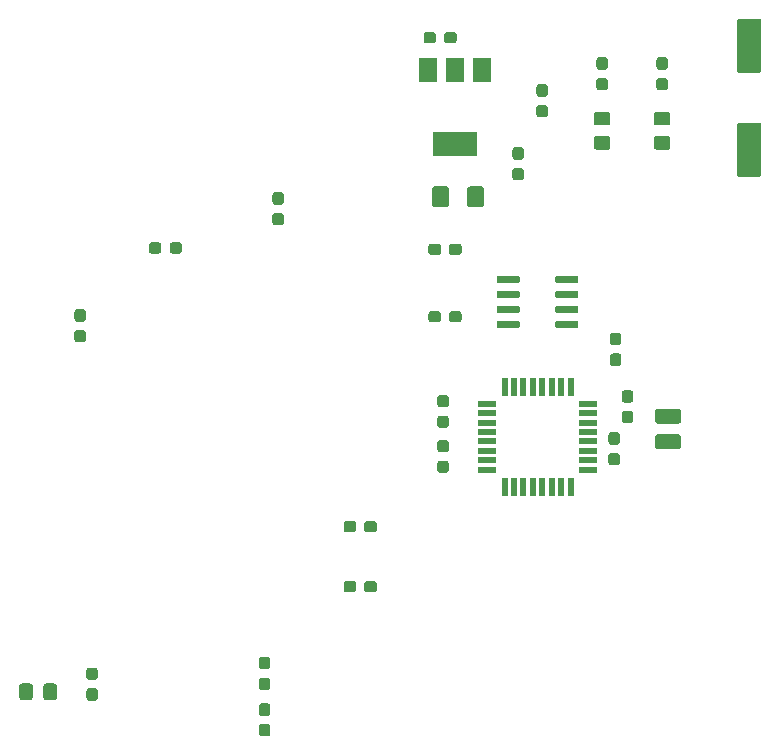
<source format=gbr>
G04 #@! TF.GenerationSoftware,KiCad,Pcbnew,(5.1.5)-3*
G04 #@! TF.CreationDate,2020-05-18T20:44:55+02:00*
G04 #@! TF.ProjectId,PONG_Display,504f4e47-5f44-4697-9370-6c61792e6b69,rev?*
G04 #@! TF.SameCoordinates,Original*
G04 #@! TF.FileFunction,Paste,Top*
G04 #@! TF.FilePolarity,Positive*
%FSLAX46Y46*%
G04 Gerber Fmt 4.6, Leading zero omitted, Abs format (unit mm)*
G04 Created by KiCad (PCBNEW (5.1.5)-3) date 2020-05-18 20:44:55*
%MOMM*%
%LPD*%
G04 APERTURE LIST*
%ADD10C,0.100000*%
%ADD11R,3.800000X2.000000*%
%ADD12R,1.500000X2.000000*%
%ADD13R,1.600000X0.550000*%
%ADD14R,0.550000X1.600000*%
G04 APERTURE END LIST*
D10*
G36*
X52775779Y-14004144D02*
G01*
X52798834Y-14007563D01*
X52821443Y-14013227D01*
X52843387Y-14021079D01*
X52864457Y-14031044D01*
X52884448Y-14043026D01*
X52903168Y-14056910D01*
X52920438Y-14072562D01*
X52936090Y-14089832D01*
X52949974Y-14108552D01*
X52961956Y-14128543D01*
X52971921Y-14149613D01*
X52979773Y-14171557D01*
X52985437Y-14194166D01*
X52988856Y-14217221D01*
X52990000Y-14240500D01*
X52990000Y-14715500D01*
X52988856Y-14738779D01*
X52985437Y-14761834D01*
X52979773Y-14784443D01*
X52971921Y-14806387D01*
X52961956Y-14827457D01*
X52949974Y-14847448D01*
X52936090Y-14866168D01*
X52920438Y-14883438D01*
X52903168Y-14899090D01*
X52884448Y-14912974D01*
X52864457Y-14924956D01*
X52843387Y-14934921D01*
X52821443Y-14942773D01*
X52798834Y-14948437D01*
X52775779Y-14951856D01*
X52752500Y-14953000D01*
X52177500Y-14953000D01*
X52154221Y-14951856D01*
X52131166Y-14948437D01*
X52108557Y-14942773D01*
X52086613Y-14934921D01*
X52065543Y-14924956D01*
X52045552Y-14912974D01*
X52026832Y-14899090D01*
X52009562Y-14883438D01*
X51993910Y-14866168D01*
X51980026Y-14847448D01*
X51968044Y-14827457D01*
X51958079Y-14806387D01*
X51950227Y-14784443D01*
X51944563Y-14761834D01*
X51941144Y-14738779D01*
X51940000Y-14715500D01*
X51940000Y-14240500D01*
X51941144Y-14217221D01*
X51944563Y-14194166D01*
X51950227Y-14171557D01*
X51958079Y-14149613D01*
X51968044Y-14128543D01*
X51980026Y-14108552D01*
X51993910Y-14089832D01*
X52009562Y-14072562D01*
X52026832Y-14056910D01*
X52045552Y-14043026D01*
X52065543Y-14031044D01*
X52086613Y-14021079D01*
X52108557Y-14013227D01*
X52131166Y-14007563D01*
X52154221Y-14004144D01*
X52177500Y-14003000D01*
X52752500Y-14003000D01*
X52775779Y-14004144D01*
G37*
G36*
X54525779Y-14004144D02*
G01*
X54548834Y-14007563D01*
X54571443Y-14013227D01*
X54593387Y-14021079D01*
X54614457Y-14031044D01*
X54634448Y-14043026D01*
X54653168Y-14056910D01*
X54670438Y-14072562D01*
X54686090Y-14089832D01*
X54699974Y-14108552D01*
X54711956Y-14128543D01*
X54721921Y-14149613D01*
X54729773Y-14171557D01*
X54735437Y-14194166D01*
X54738856Y-14217221D01*
X54740000Y-14240500D01*
X54740000Y-14715500D01*
X54738856Y-14738779D01*
X54735437Y-14761834D01*
X54729773Y-14784443D01*
X54721921Y-14806387D01*
X54711956Y-14827457D01*
X54699974Y-14847448D01*
X54686090Y-14866168D01*
X54670438Y-14883438D01*
X54653168Y-14899090D01*
X54634448Y-14912974D01*
X54614457Y-14924956D01*
X54593387Y-14934921D01*
X54571443Y-14942773D01*
X54548834Y-14948437D01*
X54525779Y-14951856D01*
X54502500Y-14953000D01*
X53927500Y-14953000D01*
X53904221Y-14951856D01*
X53881166Y-14948437D01*
X53858557Y-14942773D01*
X53836613Y-14934921D01*
X53815543Y-14924956D01*
X53795552Y-14912974D01*
X53776832Y-14899090D01*
X53759562Y-14883438D01*
X53743910Y-14866168D01*
X53730026Y-14847448D01*
X53718044Y-14827457D01*
X53708079Y-14806387D01*
X53700227Y-14784443D01*
X53694563Y-14761834D01*
X53691144Y-14738779D01*
X53690000Y-14715500D01*
X53690000Y-14240500D01*
X53691144Y-14217221D01*
X53694563Y-14194166D01*
X53700227Y-14171557D01*
X53708079Y-14149613D01*
X53718044Y-14128543D01*
X53730026Y-14108552D01*
X53743910Y-14089832D01*
X53759562Y-14072562D01*
X53776832Y-14056910D01*
X53795552Y-14043026D01*
X53815543Y-14031044D01*
X53836613Y-14021079D01*
X53858557Y-14013227D01*
X53881166Y-14007563D01*
X53904221Y-14004144D01*
X53927500Y-14003000D01*
X54502500Y-14003000D01*
X54525779Y-14004144D01*
G37*
G36*
X60204779Y-25497144D02*
G01*
X60227834Y-25500563D01*
X60250443Y-25506227D01*
X60272387Y-25514079D01*
X60293457Y-25524044D01*
X60313448Y-25536026D01*
X60332168Y-25549910D01*
X60349438Y-25565562D01*
X60365090Y-25582832D01*
X60378974Y-25601552D01*
X60390956Y-25621543D01*
X60400921Y-25642613D01*
X60408773Y-25664557D01*
X60414437Y-25687166D01*
X60417856Y-25710221D01*
X60419000Y-25733500D01*
X60419000Y-26308500D01*
X60417856Y-26331779D01*
X60414437Y-26354834D01*
X60408773Y-26377443D01*
X60400921Y-26399387D01*
X60390956Y-26420457D01*
X60378974Y-26440448D01*
X60365090Y-26459168D01*
X60349438Y-26476438D01*
X60332168Y-26492090D01*
X60313448Y-26505974D01*
X60293457Y-26517956D01*
X60272387Y-26527921D01*
X60250443Y-26535773D01*
X60227834Y-26541437D01*
X60204779Y-26544856D01*
X60181500Y-26546000D01*
X59706500Y-26546000D01*
X59683221Y-26544856D01*
X59660166Y-26541437D01*
X59637557Y-26535773D01*
X59615613Y-26527921D01*
X59594543Y-26517956D01*
X59574552Y-26505974D01*
X59555832Y-26492090D01*
X59538562Y-26476438D01*
X59522910Y-26459168D01*
X59509026Y-26440448D01*
X59497044Y-26420457D01*
X59487079Y-26399387D01*
X59479227Y-26377443D01*
X59473563Y-26354834D01*
X59470144Y-26331779D01*
X59469000Y-26308500D01*
X59469000Y-25733500D01*
X59470144Y-25710221D01*
X59473563Y-25687166D01*
X59479227Y-25664557D01*
X59487079Y-25642613D01*
X59497044Y-25621543D01*
X59509026Y-25601552D01*
X59522910Y-25582832D01*
X59538562Y-25565562D01*
X59555832Y-25549910D01*
X59574552Y-25536026D01*
X59594543Y-25524044D01*
X59615613Y-25514079D01*
X59637557Y-25506227D01*
X59660166Y-25500563D01*
X59683221Y-25497144D01*
X59706500Y-25496000D01*
X60181500Y-25496000D01*
X60204779Y-25497144D01*
G37*
G36*
X60204779Y-23747144D02*
G01*
X60227834Y-23750563D01*
X60250443Y-23756227D01*
X60272387Y-23764079D01*
X60293457Y-23774044D01*
X60313448Y-23786026D01*
X60332168Y-23799910D01*
X60349438Y-23815562D01*
X60365090Y-23832832D01*
X60378974Y-23851552D01*
X60390956Y-23871543D01*
X60400921Y-23892613D01*
X60408773Y-23914557D01*
X60414437Y-23937166D01*
X60417856Y-23960221D01*
X60419000Y-23983500D01*
X60419000Y-24558500D01*
X60417856Y-24581779D01*
X60414437Y-24604834D01*
X60408773Y-24627443D01*
X60400921Y-24649387D01*
X60390956Y-24670457D01*
X60378974Y-24690448D01*
X60365090Y-24709168D01*
X60349438Y-24726438D01*
X60332168Y-24742090D01*
X60313448Y-24755974D01*
X60293457Y-24767956D01*
X60272387Y-24777921D01*
X60250443Y-24785773D01*
X60227834Y-24791437D01*
X60204779Y-24794856D01*
X60181500Y-24796000D01*
X59706500Y-24796000D01*
X59683221Y-24794856D01*
X59660166Y-24791437D01*
X59637557Y-24785773D01*
X59615613Y-24777921D01*
X59594543Y-24767956D01*
X59574552Y-24755974D01*
X59555832Y-24742090D01*
X59538562Y-24726438D01*
X59522910Y-24709168D01*
X59509026Y-24690448D01*
X59497044Y-24670457D01*
X59487079Y-24649387D01*
X59479227Y-24627443D01*
X59473563Y-24604834D01*
X59470144Y-24581779D01*
X59469000Y-24558500D01*
X59469000Y-23983500D01*
X59470144Y-23960221D01*
X59473563Y-23937166D01*
X59479227Y-23914557D01*
X59487079Y-23892613D01*
X59497044Y-23871543D01*
X59509026Y-23851552D01*
X59522910Y-23832832D01*
X59538562Y-23815562D01*
X59555832Y-23799910D01*
X59574552Y-23786026D01*
X59594543Y-23774044D01*
X59615613Y-23764079D01*
X59637557Y-23756227D01*
X59660166Y-23750563D01*
X59683221Y-23747144D01*
X59706500Y-23746000D01*
X60181500Y-23746000D01*
X60204779Y-23747144D01*
G37*
G36*
X80326504Y-12859204D02*
G01*
X80350773Y-12862804D01*
X80374571Y-12868765D01*
X80397671Y-12877030D01*
X80419849Y-12887520D01*
X80440893Y-12900133D01*
X80460598Y-12914747D01*
X80478777Y-12931223D01*
X80495253Y-12949402D01*
X80509867Y-12969107D01*
X80522480Y-12990151D01*
X80532970Y-13012329D01*
X80541235Y-13035429D01*
X80547196Y-13059227D01*
X80550796Y-13083496D01*
X80552000Y-13108000D01*
X80552000Y-17208000D01*
X80550796Y-17232504D01*
X80547196Y-17256773D01*
X80541235Y-17280571D01*
X80532970Y-17303671D01*
X80522480Y-17325849D01*
X80509867Y-17346893D01*
X80495253Y-17366598D01*
X80478777Y-17384777D01*
X80460598Y-17401253D01*
X80440893Y-17415867D01*
X80419849Y-17428480D01*
X80397671Y-17438970D01*
X80374571Y-17447235D01*
X80350773Y-17453196D01*
X80326504Y-17456796D01*
X80302000Y-17458000D01*
X78702000Y-17458000D01*
X78677496Y-17456796D01*
X78653227Y-17453196D01*
X78629429Y-17447235D01*
X78606329Y-17438970D01*
X78584151Y-17428480D01*
X78563107Y-17415867D01*
X78543402Y-17401253D01*
X78525223Y-17384777D01*
X78508747Y-17366598D01*
X78494133Y-17346893D01*
X78481520Y-17325849D01*
X78471030Y-17303671D01*
X78462765Y-17280571D01*
X78456804Y-17256773D01*
X78453204Y-17232504D01*
X78452000Y-17208000D01*
X78452000Y-13108000D01*
X78453204Y-13083496D01*
X78456804Y-13059227D01*
X78462765Y-13035429D01*
X78471030Y-13012329D01*
X78481520Y-12990151D01*
X78494133Y-12969107D01*
X78508747Y-12949402D01*
X78525223Y-12931223D01*
X78543402Y-12914747D01*
X78563107Y-12900133D01*
X78584151Y-12887520D01*
X78606329Y-12877030D01*
X78629429Y-12868765D01*
X78653227Y-12862804D01*
X78677496Y-12859204D01*
X78702000Y-12858000D01*
X80302000Y-12858000D01*
X80326504Y-12859204D01*
G37*
G36*
X80326504Y-21659204D02*
G01*
X80350773Y-21662804D01*
X80374571Y-21668765D01*
X80397671Y-21677030D01*
X80419849Y-21687520D01*
X80440893Y-21700133D01*
X80460598Y-21714747D01*
X80478777Y-21731223D01*
X80495253Y-21749402D01*
X80509867Y-21769107D01*
X80522480Y-21790151D01*
X80532970Y-21812329D01*
X80541235Y-21835429D01*
X80547196Y-21859227D01*
X80550796Y-21883496D01*
X80552000Y-21908000D01*
X80552000Y-26008000D01*
X80550796Y-26032504D01*
X80547196Y-26056773D01*
X80541235Y-26080571D01*
X80532970Y-26103671D01*
X80522480Y-26125849D01*
X80509867Y-26146893D01*
X80495253Y-26166598D01*
X80478777Y-26184777D01*
X80460598Y-26201253D01*
X80440893Y-26215867D01*
X80419849Y-26228480D01*
X80397671Y-26238970D01*
X80374571Y-26247235D01*
X80350773Y-26253196D01*
X80326504Y-26256796D01*
X80302000Y-26258000D01*
X78702000Y-26258000D01*
X78677496Y-26256796D01*
X78653227Y-26253196D01*
X78629429Y-26247235D01*
X78606329Y-26238970D01*
X78584151Y-26228480D01*
X78563107Y-26215867D01*
X78543402Y-26201253D01*
X78525223Y-26184777D01*
X78508747Y-26166598D01*
X78494133Y-26146893D01*
X78481520Y-26125849D01*
X78471030Y-26103671D01*
X78462765Y-26080571D01*
X78456804Y-26056773D01*
X78453204Y-26032504D01*
X78452000Y-26008000D01*
X78452000Y-21908000D01*
X78453204Y-21883496D01*
X78456804Y-21859227D01*
X78462765Y-21835429D01*
X78471030Y-21812329D01*
X78481520Y-21790151D01*
X78494133Y-21769107D01*
X78508747Y-21749402D01*
X78525223Y-21731223D01*
X78543402Y-21714747D01*
X78563107Y-21700133D01*
X78584151Y-21687520D01*
X78606329Y-21677030D01*
X78629429Y-21668765D01*
X78653227Y-21662804D01*
X78677496Y-21659204D01*
X78702000Y-21658000D01*
X80302000Y-21658000D01*
X80326504Y-21659204D01*
G37*
G36*
X31270779Y-31798144D02*
G01*
X31293834Y-31801563D01*
X31316443Y-31807227D01*
X31338387Y-31815079D01*
X31359457Y-31825044D01*
X31379448Y-31837026D01*
X31398168Y-31850910D01*
X31415438Y-31866562D01*
X31431090Y-31883832D01*
X31444974Y-31902552D01*
X31456956Y-31922543D01*
X31466921Y-31943613D01*
X31474773Y-31965557D01*
X31480437Y-31988166D01*
X31483856Y-32011221D01*
X31485000Y-32034500D01*
X31485000Y-32509500D01*
X31483856Y-32532779D01*
X31480437Y-32555834D01*
X31474773Y-32578443D01*
X31466921Y-32600387D01*
X31456956Y-32621457D01*
X31444974Y-32641448D01*
X31431090Y-32660168D01*
X31415438Y-32677438D01*
X31398168Y-32693090D01*
X31379448Y-32706974D01*
X31359457Y-32718956D01*
X31338387Y-32728921D01*
X31316443Y-32736773D01*
X31293834Y-32742437D01*
X31270779Y-32745856D01*
X31247500Y-32747000D01*
X30672500Y-32747000D01*
X30649221Y-32745856D01*
X30626166Y-32742437D01*
X30603557Y-32736773D01*
X30581613Y-32728921D01*
X30560543Y-32718956D01*
X30540552Y-32706974D01*
X30521832Y-32693090D01*
X30504562Y-32677438D01*
X30488910Y-32660168D01*
X30475026Y-32641448D01*
X30463044Y-32621457D01*
X30453079Y-32600387D01*
X30445227Y-32578443D01*
X30439563Y-32555834D01*
X30436144Y-32532779D01*
X30435000Y-32509500D01*
X30435000Y-32034500D01*
X30436144Y-32011221D01*
X30439563Y-31988166D01*
X30445227Y-31965557D01*
X30453079Y-31943613D01*
X30463044Y-31922543D01*
X30475026Y-31902552D01*
X30488910Y-31883832D01*
X30504562Y-31866562D01*
X30521832Y-31850910D01*
X30540552Y-31837026D01*
X30560543Y-31825044D01*
X30581613Y-31815079D01*
X30603557Y-31807227D01*
X30626166Y-31801563D01*
X30649221Y-31798144D01*
X30672500Y-31797000D01*
X31247500Y-31797000D01*
X31270779Y-31798144D01*
G37*
G36*
X29520779Y-31798144D02*
G01*
X29543834Y-31801563D01*
X29566443Y-31807227D01*
X29588387Y-31815079D01*
X29609457Y-31825044D01*
X29629448Y-31837026D01*
X29648168Y-31850910D01*
X29665438Y-31866562D01*
X29681090Y-31883832D01*
X29694974Y-31902552D01*
X29706956Y-31922543D01*
X29716921Y-31943613D01*
X29724773Y-31965557D01*
X29730437Y-31988166D01*
X29733856Y-32011221D01*
X29735000Y-32034500D01*
X29735000Y-32509500D01*
X29733856Y-32532779D01*
X29730437Y-32555834D01*
X29724773Y-32578443D01*
X29716921Y-32600387D01*
X29706956Y-32621457D01*
X29694974Y-32641448D01*
X29681090Y-32660168D01*
X29665438Y-32677438D01*
X29648168Y-32693090D01*
X29629448Y-32706974D01*
X29609457Y-32718956D01*
X29588387Y-32728921D01*
X29566443Y-32736773D01*
X29543834Y-32742437D01*
X29520779Y-32745856D01*
X29497500Y-32747000D01*
X28922500Y-32747000D01*
X28899221Y-32745856D01*
X28876166Y-32742437D01*
X28853557Y-32736773D01*
X28831613Y-32728921D01*
X28810543Y-32718956D01*
X28790552Y-32706974D01*
X28771832Y-32693090D01*
X28754562Y-32677438D01*
X28738910Y-32660168D01*
X28725026Y-32641448D01*
X28713044Y-32621457D01*
X28703079Y-32600387D01*
X28695227Y-32578443D01*
X28689563Y-32555834D01*
X28686144Y-32532779D01*
X28685000Y-32509500D01*
X28685000Y-32034500D01*
X28686144Y-32011221D01*
X28689563Y-31988166D01*
X28695227Y-31965557D01*
X28703079Y-31943613D01*
X28713044Y-31922543D01*
X28725026Y-31902552D01*
X28738910Y-31883832D01*
X28754562Y-31866562D01*
X28771832Y-31850910D01*
X28790552Y-31837026D01*
X28810543Y-31825044D01*
X28831613Y-31815079D01*
X28853557Y-31807227D01*
X28876166Y-31801563D01*
X28899221Y-31798144D01*
X28922500Y-31797000D01*
X29497500Y-31797000D01*
X29520779Y-31798144D01*
G37*
G36*
X73518504Y-48051204D02*
G01*
X73542773Y-48054804D01*
X73566571Y-48060765D01*
X73589671Y-48069030D01*
X73611849Y-48079520D01*
X73632893Y-48092133D01*
X73652598Y-48106747D01*
X73670777Y-48123223D01*
X73687253Y-48141402D01*
X73701867Y-48161107D01*
X73714480Y-48182151D01*
X73724970Y-48204329D01*
X73733235Y-48227429D01*
X73739196Y-48251227D01*
X73742796Y-48275496D01*
X73744000Y-48300000D01*
X73744000Y-49050000D01*
X73742796Y-49074504D01*
X73739196Y-49098773D01*
X73733235Y-49122571D01*
X73724970Y-49145671D01*
X73714480Y-49167849D01*
X73701867Y-49188893D01*
X73687253Y-49208598D01*
X73670777Y-49226777D01*
X73652598Y-49243253D01*
X73632893Y-49257867D01*
X73611849Y-49270480D01*
X73589671Y-49280970D01*
X73566571Y-49289235D01*
X73542773Y-49295196D01*
X73518504Y-49298796D01*
X73494000Y-49300000D01*
X71794000Y-49300000D01*
X71769496Y-49298796D01*
X71745227Y-49295196D01*
X71721429Y-49289235D01*
X71698329Y-49280970D01*
X71676151Y-49270480D01*
X71655107Y-49257867D01*
X71635402Y-49243253D01*
X71617223Y-49226777D01*
X71600747Y-49208598D01*
X71586133Y-49188893D01*
X71573520Y-49167849D01*
X71563030Y-49145671D01*
X71554765Y-49122571D01*
X71548804Y-49098773D01*
X71545204Y-49074504D01*
X71544000Y-49050000D01*
X71544000Y-48300000D01*
X71545204Y-48275496D01*
X71548804Y-48251227D01*
X71554765Y-48227429D01*
X71563030Y-48204329D01*
X71573520Y-48182151D01*
X71586133Y-48161107D01*
X71600747Y-48141402D01*
X71617223Y-48123223D01*
X71635402Y-48106747D01*
X71655107Y-48092133D01*
X71676151Y-48079520D01*
X71698329Y-48069030D01*
X71721429Y-48060765D01*
X71745227Y-48054804D01*
X71769496Y-48051204D01*
X71794000Y-48050000D01*
X73494000Y-48050000D01*
X73518504Y-48051204D01*
G37*
G36*
X73518504Y-45901204D02*
G01*
X73542773Y-45904804D01*
X73566571Y-45910765D01*
X73589671Y-45919030D01*
X73611849Y-45929520D01*
X73632893Y-45942133D01*
X73652598Y-45956747D01*
X73670777Y-45973223D01*
X73687253Y-45991402D01*
X73701867Y-46011107D01*
X73714480Y-46032151D01*
X73724970Y-46054329D01*
X73733235Y-46077429D01*
X73739196Y-46101227D01*
X73742796Y-46125496D01*
X73744000Y-46150000D01*
X73744000Y-46900000D01*
X73742796Y-46924504D01*
X73739196Y-46948773D01*
X73733235Y-46972571D01*
X73724970Y-46995671D01*
X73714480Y-47017849D01*
X73701867Y-47038893D01*
X73687253Y-47058598D01*
X73670777Y-47076777D01*
X73652598Y-47093253D01*
X73632893Y-47107867D01*
X73611849Y-47120480D01*
X73589671Y-47130970D01*
X73566571Y-47139235D01*
X73542773Y-47145196D01*
X73518504Y-47148796D01*
X73494000Y-47150000D01*
X71794000Y-47150000D01*
X71769496Y-47148796D01*
X71745227Y-47145196D01*
X71721429Y-47139235D01*
X71698329Y-47130970D01*
X71676151Y-47120480D01*
X71655107Y-47107867D01*
X71635402Y-47093253D01*
X71617223Y-47076777D01*
X71600747Y-47058598D01*
X71586133Y-47038893D01*
X71573520Y-47017849D01*
X71563030Y-46995671D01*
X71554765Y-46972571D01*
X71548804Y-46948773D01*
X71545204Y-46924504D01*
X71544000Y-46900000D01*
X71544000Y-46150000D01*
X71545204Y-46125496D01*
X71548804Y-46101227D01*
X71554765Y-46077429D01*
X71563030Y-46054329D01*
X71573520Y-46032151D01*
X71586133Y-46011107D01*
X71600747Y-45991402D01*
X71617223Y-45973223D01*
X71635402Y-45956747D01*
X71655107Y-45942133D01*
X71676151Y-45929520D01*
X71698329Y-45919030D01*
X71721429Y-45910765D01*
X71745227Y-45904804D01*
X71769496Y-45901204D01*
X71794000Y-45900000D01*
X73494000Y-45900000D01*
X73518504Y-45901204D01*
G37*
G36*
X68332779Y-49627144D02*
G01*
X68355834Y-49630563D01*
X68378443Y-49636227D01*
X68400387Y-49644079D01*
X68421457Y-49654044D01*
X68441448Y-49666026D01*
X68460168Y-49679910D01*
X68477438Y-49695562D01*
X68493090Y-49712832D01*
X68506974Y-49731552D01*
X68518956Y-49751543D01*
X68528921Y-49772613D01*
X68536773Y-49794557D01*
X68542437Y-49817166D01*
X68545856Y-49840221D01*
X68547000Y-49863500D01*
X68547000Y-50438500D01*
X68545856Y-50461779D01*
X68542437Y-50484834D01*
X68536773Y-50507443D01*
X68528921Y-50529387D01*
X68518956Y-50550457D01*
X68506974Y-50570448D01*
X68493090Y-50589168D01*
X68477438Y-50606438D01*
X68460168Y-50622090D01*
X68441448Y-50635974D01*
X68421457Y-50647956D01*
X68400387Y-50657921D01*
X68378443Y-50665773D01*
X68355834Y-50671437D01*
X68332779Y-50674856D01*
X68309500Y-50676000D01*
X67834500Y-50676000D01*
X67811221Y-50674856D01*
X67788166Y-50671437D01*
X67765557Y-50665773D01*
X67743613Y-50657921D01*
X67722543Y-50647956D01*
X67702552Y-50635974D01*
X67683832Y-50622090D01*
X67666562Y-50606438D01*
X67650910Y-50589168D01*
X67637026Y-50570448D01*
X67625044Y-50550457D01*
X67615079Y-50529387D01*
X67607227Y-50507443D01*
X67601563Y-50484834D01*
X67598144Y-50461779D01*
X67597000Y-50438500D01*
X67597000Y-49863500D01*
X67598144Y-49840221D01*
X67601563Y-49817166D01*
X67607227Y-49794557D01*
X67615079Y-49772613D01*
X67625044Y-49751543D01*
X67637026Y-49731552D01*
X67650910Y-49712832D01*
X67666562Y-49695562D01*
X67683832Y-49679910D01*
X67702552Y-49666026D01*
X67722543Y-49654044D01*
X67743613Y-49644079D01*
X67765557Y-49636227D01*
X67788166Y-49630563D01*
X67811221Y-49627144D01*
X67834500Y-49626000D01*
X68309500Y-49626000D01*
X68332779Y-49627144D01*
G37*
G36*
X68332779Y-47877144D02*
G01*
X68355834Y-47880563D01*
X68378443Y-47886227D01*
X68400387Y-47894079D01*
X68421457Y-47904044D01*
X68441448Y-47916026D01*
X68460168Y-47929910D01*
X68477438Y-47945562D01*
X68493090Y-47962832D01*
X68506974Y-47981552D01*
X68518956Y-48001543D01*
X68528921Y-48022613D01*
X68536773Y-48044557D01*
X68542437Y-48067166D01*
X68545856Y-48090221D01*
X68547000Y-48113500D01*
X68547000Y-48688500D01*
X68545856Y-48711779D01*
X68542437Y-48734834D01*
X68536773Y-48757443D01*
X68528921Y-48779387D01*
X68518956Y-48800457D01*
X68506974Y-48820448D01*
X68493090Y-48839168D01*
X68477438Y-48856438D01*
X68460168Y-48872090D01*
X68441448Y-48885974D01*
X68421457Y-48897956D01*
X68400387Y-48907921D01*
X68378443Y-48915773D01*
X68355834Y-48921437D01*
X68332779Y-48924856D01*
X68309500Y-48926000D01*
X67834500Y-48926000D01*
X67811221Y-48924856D01*
X67788166Y-48921437D01*
X67765557Y-48915773D01*
X67743613Y-48907921D01*
X67722543Y-48897956D01*
X67702552Y-48885974D01*
X67683832Y-48872090D01*
X67666562Y-48856438D01*
X67650910Y-48839168D01*
X67637026Y-48820448D01*
X67625044Y-48800457D01*
X67615079Y-48779387D01*
X67607227Y-48757443D01*
X67601563Y-48734834D01*
X67598144Y-48711779D01*
X67597000Y-48688500D01*
X67597000Y-48113500D01*
X67598144Y-48090221D01*
X67601563Y-48067166D01*
X67607227Y-48044557D01*
X67615079Y-48022613D01*
X67625044Y-48001543D01*
X67637026Y-47981552D01*
X67650910Y-47962832D01*
X67666562Y-47945562D01*
X67683832Y-47929910D01*
X67702552Y-47916026D01*
X67722543Y-47904044D01*
X67743613Y-47894079D01*
X67765557Y-47886227D01*
X67788166Y-47880563D01*
X67811221Y-47877144D01*
X67834500Y-47876000D01*
X68309500Y-47876000D01*
X68332779Y-47877144D01*
G37*
G36*
X23120779Y-39213144D02*
G01*
X23143834Y-39216563D01*
X23166443Y-39222227D01*
X23188387Y-39230079D01*
X23209457Y-39240044D01*
X23229448Y-39252026D01*
X23248168Y-39265910D01*
X23265438Y-39281562D01*
X23281090Y-39298832D01*
X23294974Y-39317552D01*
X23306956Y-39337543D01*
X23316921Y-39358613D01*
X23324773Y-39380557D01*
X23330437Y-39403166D01*
X23333856Y-39426221D01*
X23335000Y-39449500D01*
X23335000Y-40024500D01*
X23333856Y-40047779D01*
X23330437Y-40070834D01*
X23324773Y-40093443D01*
X23316921Y-40115387D01*
X23306956Y-40136457D01*
X23294974Y-40156448D01*
X23281090Y-40175168D01*
X23265438Y-40192438D01*
X23248168Y-40208090D01*
X23229448Y-40221974D01*
X23209457Y-40233956D01*
X23188387Y-40243921D01*
X23166443Y-40251773D01*
X23143834Y-40257437D01*
X23120779Y-40260856D01*
X23097500Y-40262000D01*
X22622500Y-40262000D01*
X22599221Y-40260856D01*
X22576166Y-40257437D01*
X22553557Y-40251773D01*
X22531613Y-40243921D01*
X22510543Y-40233956D01*
X22490552Y-40221974D01*
X22471832Y-40208090D01*
X22454562Y-40192438D01*
X22438910Y-40175168D01*
X22425026Y-40156448D01*
X22413044Y-40136457D01*
X22403079Y-40115387D01*
X22395227Y-40093443D01*
X22389563Y-40070834D01*
X22386144Y-40047779D01*
X22385000Y-40024500D01*
X22385000Y-39449500D01*
X22386144Y-39426221D01*
X22389563Y-39403166D01*
X22395227Y-39380557D01*
X22403079Y-39358613D01*
X22413044Y-39337543D01*
X22425026Y-39317552D01*
X22438910Y-39298832D01*
X22454562Y-39281562D01*
X22471832Y-39265910D01*
X22490552Y-39252026D01*
X22510543Y-39240044D01*
X22531613Y-39230079D01*
X22553557Y-39222227D01*
X22576166Y-39216563D01*
X22599221Y-39213144D01*
X22622500Y-39212000D01*
X23097500Y-39212000D01*
X23120779Y-39213144D01*
G37*
G36*
X23120779Y-37463144D02*
G01*
X23143834Y-37466563D01*
X23166443Y-37472227D01*
X23188387Y-37480079D01*
X23209457Y-37490044D01*
X23229448Y-37502026D01*
X23248168Y-37515910D01*
X23265438Y-37531562D01*
X23281090Y-37548832D01*
X23294974Y-37567552D01*
X23306956Y-37587543D01*
X23316921Y-37608613D01*
X23324773Y-37630557D01*
X23330437Y-37653166D01*
X23333856Y-37676221D01*
X23335000Y-37699500D01*
X23335000Y-38274500D01*
X23333856Y-38297779D01*
X23330437Y-38320834D01*
X23324773Y-38343443D01*
X23316921Y-38365387D01*
X23306956Y-38386457D01*
X23294974Y-38406448D01*
X23281090Y-38425168D01*
X23265438Y-38442438D01*
X23248168Y-38458090D01*
X23229448Y-38471974D01*
X23209457Y-38483956D01*
X23188387Y-38493921D01*
X23166443Y-38501773D01*
X23143834Y-38507437D01*
X23120779Y-38510856D01*
X23097500Y-38512000D01*
X22622500Y-38512000D01*
X22599221Y-38510856D01*
X22576166Y-38507437D01*
X22553557Y-38501773D01*
X22531613Y-38493921D01*
X22510543Y-38483956D01*
X22490552Y-38471974D01*
X22471832Y-38458090D01*
X22454562Y-38442438D01*
X22438910Y-38425168D01*
X22425026Y-38406448D01*
X22413044Y-38386457D01*
X22403079Y-38365387D01*
X22395227Y-38343443D01*
X22389563Y-38320834D01*
X22386144Y-38297779D01*
X22385000Y-38274500D01*
X22385000Y-37699500D01*
X22386144Y-37676221D01*
X22389563Y-37653166D01*
X22395227Y-37630557D01*
X22403079Y-37608613D01*
X22413044Y-37587543D01*
X22425026Y-37567552D01*
X22438910Y-37548832D01*
X22454562Y-37531562D01*
X22471832Y-37515910D01*
X22490552Y-37502026D01*
X22510543Y-37490044D01*
X22531613Y-37480079D01*
X22553557Y-37472227D01*
X22576166Y-37466563D01*
X22599221Y-37463144D01*
X22622500Y-37462000D01*
X23097500Y-37462000D01*
X23120779Y-37463144D01*
G37*
D11*
X54610000Y-23470000D03*
D12*
X54610000Y-17170000D03*
X52310000Y-17170000D03*
X56910000Y-17170000D03*
D13*
X57345000Y-45460000D03*
X57345000Y-46260000D03*
X57345000Y-47060000D03*
X57345000Y-47860000D03*
X57345000Y-48660000D03*
X57345000Y-49460000D03*
X57345000Y-50260000D03*
X57345000Y-51060000D03*
D14*
X58795000Y-52510000D03*
X59595000Y-52510000D03*
X60395000Y-52510000D03*
X61195000Y-52510000D03*
X61995000Y-52510000D03*
X62795000Y-52510000D03*
X63595000Y-52510000D03*
X64395000Y-52510000D03*
D13*
X65845000Y-51060000D03*
X65845000Y-50260000D03*
X65845000Y-49460000D03*
X65845000Y-48660000D03*
X65845000Y-47860000D03*
X65845000Y-47060000D03*
X65845000Y-46260000D03*
X65845000Y-45460000D03*
D14*
X64395000Y-44010000D03*
X63595000Y-44010000D03*
X62795000Y-44010000D03*
X61995000Y-44010000D03*
X61195000Y-44010000D03*
X60395000Y-44010000D03*
X59595000Y-44010000D03*
X58795000Y-44010000D03*
D10*
G36*
X59959703Y-34625722D02*
G01*
X59974264Y-34627882D01*
X59988543Y-34631459D01*
X60002403Y-34636418D01*
X60015710Y-34642712D01*
X60028336Y-34650280D01*
X60040159Y-34659048D01*
X60051066Y-34668934D01*
X60060952Y-34679841D01*
X60069720Y-34691664D01*
X60077288Y-34704290D01*
X60083582Y-34717597D01*
X60088541Y-34731457D01*
X60092118Y-34745736D01*
X60094278Y-34760297D01*
X60095000Y-34775000D01*
X60095000Y-35075000D01*
X60094278Y-35089703D01*
X60092118Y-35104264D01*
X60088541Y-35118543D01*
X60083582Y-35132403D01*
X60077288Y-35145710D01*
X60069720Y-35158336D01*
X60060952Y-35170159D01*
X60051066Y-35181066D01*
X60040159Y-35190952D01*
X60028336Y-35199720D01*
X60015710Y-35207288D01*
X60002403Y-35213582D01*
X59988543Y-35218541D01*
X59974264Y-35222118D01*
X59959703Y-35224278D01*
X59945000Y-35225000D01*
X58295000Y-35225000D01*
X58280297Y-35224278D01*
X58265736Y-35222118D01*
X58251457Y-35218541D01*
X58237597Y-35213582D01*
X58224290Y-35207288D01*
X58211664Y-35199720D01*
X58199841Y-35190952D01*
X58188934Y-35181066D01*
X58179048Y-35170159D01*
X58170280Y-35158336D01*
X58162712Y-35145710D01*
X58156418Y-35132403D01*
X58151459Y-35118543D01*
X58147882Y-35104264D01*
X58145722Y-35089703D01*
X58145000Y-35075000D01*
X58145000Y-34775000D01*
X58145722Y-34760297D01*
X58147882Y-34745736D01*
X58151459Y-34731457D01*
X58156418Y-34717597D01*
X58162712Y-34704290D01*
X58170280Y-34691664D01*
X58179048Y-34679841D01*
X58188934Y-34668934D01*
X58199841Y-34659048D01*
X58211664Y-34650280D01*
X58224290Y-34642712D01*
X58237597Y-34636418D01*
X58251457Y-34631459D01*
X58265736Y-34627882D01*
X58280297Y-34625722D01*
X58295000Y-34625000D01*
X59945000Y-34625000D01*
X59959703Y-34625722D01*
G37*
G36*
X59959703Y-35895722D02*
G01*
X59974264Y-35897882D01*
X59988543Y-35901459D01*
X60002403Y-35906418D01*
X60015710Y-35912712D01*
X60028336Y-35920280D01*
X60040159Y-35929048D01*
X60051066Y-35938934D01*
X60060952Y-35949841D01*
X60069720Y-35961664D01*
X60077288Y-35974290D01*
X60083582Y-35987597D01*
X60088541Y-36001457D01*
X60092118Y-36015736D01*
X60094278Y-36030297D01*
X60095000Y-36045000D01*
X60095000Y-36345000D01*
X60094278Y-36359703D01*
X60092118Y-36374264D01*
X60088541Y-36388543D01*
X60083582Y-36402403D01*
X60077288Y-36415710D01*
X60069720Y-36428336D01*
X60060952Y-36440159D01*
X60051066Y-36451066D01*
X60040159Y-36460952D01*
X60028336Y-36469720D01*
X60015710Y-36477288D01*
X60002403Y-36483582D01*
X59988543Y-36488541D01*
X59974264Y-36492118D01*
X59959703Y-36494278D01*
X59945000Y-36495000D01*
X58295000Y-36495000D01*
X58280297Y-36494278D01*
X58265736Y-36492118D01*
X58251457Y-36488541D01*
X58237597Y-36483582D01*
X58224290Y-36477288D01*
X58211664Y-36469720D01*
X58199841Y-36460952D01*
X58188934Y-36451066D01*
X58179048Y-36440159D01*
X58170280Y-36428336D01*
X58162712Y-36415710D01*
X58156418Y-36402403D01*
X58151459Y-36388543D01*
X58147882Y-36374264D01*
X58145722Y-36359703D01*
X58145000Y-36345000D01*
X58145000Y-36045000D01*
X58145722Y-36030297D01*
X58147882Y-36015736D01*
X58151459Y-36001457D01*
X58156418Y-35987597D01*
X58162712Y-35974290D01*
X58170280Y-35961664D01*
X58179048Y-35949841D01*
X58188934Y-35938934D01*
X58199841Y-35929048D01*
X58211664Y-35920280D01*
X58224290Y-35912712D01*
X58237597Y-35906418D01*
X58251457Y-35901459D01*
X58265736Y-35897882D01*
X58280297Y-35895722D01*
X58295000Y-35895000D01*
X59945000Y-35895000D01*
X59959703Y-35895722D01*
G37*
G36*
X59959703Y-37165722D02*
G01*
X59974264Y-37167882D01*
X59988543Y-37171459D01*
X60002403Y-37176418D01*
X60015710Y-37182712D01*
X60028336Y-37190280D01*
X60040159Y-37199048D01*
X60051066Y-37208934D01*
X60060952Y-37219841D01*
X60069720Y-37231664D01*
X60077288Y-37244290D01*
X60083582Y-37257597D01*
X60088541Y-37271457D01*
X60092118Y-37285736D01*
X60094278Y-37300297D01*
X60095000Y-37315000D01*
X60095000Y-37615000D01*
X60094278Y-37629703D01*
X60092118Y-37644264D01*
X60088541Y-37658543D01*
X60083582Y-37672403D01*
X60077288Y-37685710D01*
X60069720Y-37698336D01*
X60060952Y-37710159D01*
X60051066Y-37721066D01*
X60040159Y-37730952D01*
X60028336Y-37739720D01*
X60015710Y-37747288D01*
X60002403Y-37753582D01*
X59988543Y-37758541D01*
X59974264Y-37762118D01*
X59959703Y-37764278D01*
X59945000Y-37765000D01*
X58295000Y-37765000D01*
X58280297Y-37764278D01*
X58265736Y-37762118D01*
X58251457Y-37758541D01*
X58237597Y-37753582D01*
X58224290Y-37747288D01*
X58211664Y-37739720D01*
X58199841Y-37730952D01*
X58188934Y-37721066D01*
X58179048Y-37710159D01*
X58170280Y-37698336D01*
X58162712Y-37685710D01*
X58156418Y-37672403D01*
X58151459Y-37658543D01*
X58147882Y-37644264D01*
X58145722Y-37629703D01*
X58145000Y-37615000D01*
X58145000Y-37315000D01*
X58145722Y-37300297D01*
X58147882Y-37285736D01*
X58151459Y-37271457D01*
X58156418Y-37257597D01*
X58162712Y-37244290D01*
X58170280Y-37231664D01*
X58179048Y-37219841D01*
X58188934Y-37208934D01*
X58199841Y-37199048D01*
X58211664Y-37190280D01*
X58224290Y-37182712D01*
X58237597Y-37176418D01*
X58251457Y-37171459D01*
X58265736Y-37167882D01*
X58280297Y-37165722D01*
X58295000Y-37165000D01*
X59945000Y-37165000D01*
X59959703Y-37165722D01*
G37*
G36*
X59959703Y-38435722D02*
G01*
X59974264Y-38437882D01*
X59988543Y-38441459D01*
X60002403Y-38446418D01*
X60015710Y-38452712D01*
X60028336Y-38460280D01*
X60040159Y-38469048D01*
X60051066Y-38478934D01*
X60060952Y-38489841D01*
X60069720Y-38501664D01*
X60077288Y-38514290D01*
X60083582Y-38527597D01*
X60088541Y-38541457D01*
X60092118Y-38555736D01*
X60094278Y-38570297D01*
X60095000Y-38585000D01*
X60095000Y-38885000D01*
X60094278Y-38899703D01*
X60092118Y-38914264D01*
X60088541Y-38928543D01*
X60083582Y-38942403D01*
X60077288Y-38955710D01*
X60069720Y-38968336D01*
X60060952Y-38980159D01*
X60051066Y-38991066D01*
X60040159Y-39000952D01*
X60028336Y-39009720D01*
X60015710Y-39017288D01*
X60002403Y-39023582D01*
X59988543Y-39028541D01*
X59974264Y-39032118D01*
X59959703Y-39034278D01*
X59945000Y-39035000D01*
X58295000Y-39035000D01*
X58280297Y-39034278D01*
X58265736Y-39032118D01*
X58251457Y-39028541D01*
X58237597Y-39023582D01*
X58224290Y-39017288D01*
X58211664Y-39009720D01*
X58199841Y-39000952D01*
X58188934Y-38991066D01*
X58179048Y-38980159D01*
X58170280Y-38968336D01*
X58162712Y-38955710D01*
X58156418Y-38942403D01*
X58151459Y-38928543D01*
X58147882Y-38914264D01*
X58145722Y-38899703D01*
X58145000Y-38885000D01*
X58145000Y-38585000D01*
X58145722Y-38570297D01*
X58147882Y-38555736D01*
X58151459Y-38541457D01*
X58156418Y-38527597D01*
X58162712Y-38514290D01*
X58170280Y-38501664D01*
X58179048Y-38489841D01*
X58188934Y-38478934D01*
X58199841Y-38469048D01*
X58211664Y-38460280D01*
X58224290Y-38452712D01*
X58237597Y-38446418D01*
X58251457Y-38441459D01*
X58265736Y-38437882D01*
X58280297Y-38435722D01*
X58295000Y-38435000D01*
X59945000Y-38435000D01*
X59959703Y-38435722D01*
G37*
G36*
X64909703Y-38435722D02*
G01*
X64924264Y-38437882D01*
X64938543Y-38441459D01*
X64952403Y-38446418D01*
X64965710Y-38452712D01*
X64978336Y-38460280D01*
X64990159Y-38469048D01*
X65001066Y-38478934D01*
X65010952Y-38489841D01*
X65019720Y-38501664D01*
X65027288Y-38514290D01*
X65033582Y-38527597D01*
X65038541Y-38541457D01*
X65042118Y-38555736D01*
X65044278Y-38570297D01*
X65045000Y-38585000D01*
X65045000Y-38885000D01*
X65044278Y-38899703D01*
X65042118Y-38914264D01*
X65038541Y-38928543D01*
X65033582Y-38942403D01*
X65027288Y-38955710D01*
X65019720Y-38968336D01*
X65010952Y-38980159D01*
X65001066Y-38991066D01*
X64990159Y-39000952D01*
X64978336Y-39009720D01*
X64965710Y-39017288D01*
X64952403Y-39023582D01*
X64938543Y-39028541D01*
X64924264Y-39032118D01*
X64909703Y-39034278D01*
X64895000Y-39035000D01*
X63245000Y-39035000D01*
X63230297Y-39034278D01*
X63215736Y-39032118D01*
X63201457Y-39028541D01*
X63187597Y-39023582D01*
X63174290Y-39017288D01*
X63161664Y-39009720D01*
X63149841Y-39000952D01*
X63138934Y-38991066D01*
X63129048Y-38980159D01*
X63120280Y-38968336D01*
X63112712Y-38955710D01*
X63106418Y-38942403D01*
X63101459Y-38928543D01*
X63097882Y-38914264D01*
X63095722Y-38899703D01*
X63095000Y-38885000D01*
X63095000Y-38585000D01*
X63095722Y-38570297D01*
X63097882Y-38555736D01*
X63101459Y-38541457D01*
X63106418Y-38527597D01*
X63112712Y-38514290D01*
X63120280Y-38501664D01*
X63129048Y-38489841D01*
X63138934Y-38478934D01*
X63149841Y-38469048D01*
X63161664Y-38460280D01*
X63174290Y-38452712D01*
X63187597Y-38446418D01*
X63201457Y-38441459D01*
X63215736Y-38437882D01*
X63230297Y-38435722D01*
X63245000Y-38435000D01*
X64895000Y-38435000D01*
X64909703Y-38435722D01*
G37*
G36*
X64909703Y-37165722D02*
G01*
X64924264Y-37167882D01*
X64938543Y-37171459D01*
X64952403Y-37176418D01*
X64965710Y-37182712D01*
X64978336Y-37190280D01*
X64990159Y-37199048D01*
X65001066Y-37208934D01*
X65010952Y-37219841D01*
X65019720Y-37231664D01*
X65027288Y-37244290D01*
X65033582Y-37257597D01*
X65038541Y-37271457D01*
X65042118Y-37285736D01*
X65044278Y-37300297D01*
X65045000Y-37315000D01*
X65045000Y-37615000D01*
X65044278Y-37629703D01*
X65042118Y-37644264D01*
X65038541Y-37658543D01*
X65033582Y-37672403D01*
X65027288Y-37685710D01*
X65019720Y-37698336D01*
X65010952Y-37710159D01*
X65001066Y-37721066D01*
X64990159Y-37730952D01*
X64978336Y-37739720D01*
X64965710Y-37747288D01*
X64952403Y-37753582D01*
X64938543Y-37758541D01*
X64924264Y-37762118D01*
X64909703Y-37764278D01*
X64895000Y-37765000D01*
X63245000Y-37765000D01*
X63230297Y-37764278D01*
X63215736Y-37762118D01*
X63201457Y-37758541D01*
X63187597Y-37753582D01*
X63174290Y-37747288D01*
X63161664Y-37739720D01*
X63149841Y-37730952D01*
X63138934Y-37721066D01*
X63129048Y-37710159D01*
X63120280Y-37698336D01*
X63112712Y-37685710D01*
X63106418Y-37672403D01*
X63101459Y-37658543D01*
X63097882Y-37644264D01*
X63095722Y-37629703D01*
X63095000Y-37615000D01*
X63095000Y-37315000D01*
X63095722Y-37300297D01*
X63097882Y-37285736D01*
X63101459Y-37271457D01*
X63106418Y-37257597D01*
X63112712Y-37244290D01*
X63120280Y-37231664D01*
X63129048Y-37219841D01*
X63138934Y-37208934D01*
X63149841Y-37199048D01*
X63161664Y-37190280D01*
X63174290Y-37182712D01*
X63187597Y-37176418D01*
X63201457Y-37171459D01*
X63215736Y-37167882D01*
X63230297Y-37165722D01*
X63245000Y-37165000D01*
X64895000Y-37165000D01*
X64909703Y-37165722D01*
G37*
G36*
X64909703Y-35895722D02*
G01*
X64924264Y-35897882D01*
X64938543Y-35901459D01*
X64952403Y-35906418D01*
X64965710Y-35912712D01*
X64978336Y-35920280D01*
X64990159Y-35929048D01*
X65001066Y-35938934D01*
X65010952Y-35949841D01*
X65019720Y-35961664D01*
X65027288Y-35974290D01*
X65033582Y-35987597D01*
X65038541Y-36001457D01*
X65042118Y-36015736D01*
X65044278Y-36030297D01*
X65045000Y-36045000D01*
X65045000Y-36345000D01*
X65044278Y-36359703D01*
X65042118Y-36374264D01*
X65038541Y-36388543D01*
X65033582Y-36402403D01*
X65027288Y-36415710D01*
X65019720Y-36428336D01*
X65010952Y-36440159D01*
X65001066Y-36451066D01*
X64990159Y-36460952D01*
X64978336Y-36469720D01*
X64965710Y-36477288D01*
X64952403Y-36483582D01*
X64938543Y-36488541D01*
X64924264Y-36492118D01*
X64909703Y-36494278D01*
X64895000Y-36495000D01*
X63245000Y-36495000D01*
X63230297Y-36494278D01*
X63215736Y-36492118D01*
X63201457Y-36488541D01*
X63187597Y-36483582D01*
X63174290Y-36477288D01*
X63161664Y-36469720D01*
X63149841Y-36460952D01*
X63138934Y-36451066D01*
X63129048Y-36440159D01*
X63120280Y-36428336D01*
X63112712Y-36415710D01*
X63106418Y-36402403D01*
X63101459Y-36388543D01*
X63097882Y-36374264D01*
X63095722Y-36359703D01*
X63095000Y-36345000D01*
X63095000Y-36045000D01*
X63095722Y-36030297D01*
X63097882Y-36015736D01*
X63101459Y-36001457D01*
X63106418Y-35987597D01*
X63112712Y-35974290D01*
X63120280Y-35961664D01*
X63129048Y-35949841D01*
X63138934Y-35938934D01*
X63149841Y-35929048D01*
X63161664Y-35920280D01*
X63174290Y-35912712D01*
X63187597Y-35906418D01*
X63201457Y-35901459D01*
X63215736Y-35897882D01*
X63230297Y-35895722D01*
X63245000Y-35895000D01*
X64895000Y-35895000D01*
X64909703Y-35895722D01*
G37*
G36*
X64909703Y-34625722D02*
G01*
X64924264Y-34627882D01*
X64938543Y-34631459D01*
X64952403Y-34636418D01*
X64965710Y-34642712D01*
X64978336Y-34650280D01*
X64990159Y-34659048D01*
X65001066Y-34668934D01*
X65010952Y-34679841D01*
X65019720Y-34691664D01*
X65027288Y-34704290D01*
X65033582Y-34717597D01*
X65038541Y-34731457D01*
X65042118Y-34745736D01*
X65044278Y-34760297D01*
X65045000Y-34775000D01*
X65045000Y-35075000D01*
X65044278Y-35089703D01*
X65042118Y-35104264D01*
X65038541Y-35118543D01*
X65033582Y-35132403D01*
X65027288Y-35145710D01*
X65019720Y-35158336D01*
X65010952Y-35170159D01*
X65001066Y-35181066D01*
X64990159Y-35190952D01*
X64978336Y-35199720D01*
X64965710Y-35207288D01*
X64952403Y-35213582D01*
X64938543Y-35218541D01*
X64924264Y-35222118D01*
X64909703Y-35224278D01*
X64895000Y-35225000D01*
X63245000Y-35225000D01*
X63230297Y-35224278D01*
X63215736Y-35222118D01*
X63201457Y-35218541D01*
X63187597Y-35213582D01*
X63174290Y-35207288D01*
X63161664Y-35199720D01*
X63149841Y-35190952D01*
X63138934Y-35181066D01*
X63129048Y-35170159D01*
X63120280Y-35158336D01*
X63112712Y-35145710D01*
X63106418Y-35132403D01*
X63101459Y-35118543D01*
X63097882Y-35104264D01*
X63095722Y-35089703D01*
X63095000Y-35075000D01*
X63095000Y-34775000D01*
X63095722Y-34760297D01*
X63097882Y-34745736D01*
X63101459Y-34731457D01*
X63106418Y-34717597D01*
X63112712Y-34704290D01*
X63120280Y-34691664D01*
X63129048Y-34679841D01*
X63138934Y-34668934D01*
X63149841Y-34659048D01*
X63161664Y-34650280D01*
X63174290Y-34642712D01*
X63187597Y-34636418D01*
X63201457Y-34631459D01*
X63215736Y-34627882D01*
X63230297Y-34625722D01*
X63245000Y-34625000D01*
X64895000Y-34625000D01*
X64909703Y-34625722D01*
G37*
G36*
X53863504Y-27066204D02*
G01*
X53887773Y-27069804D01*
X53911571Y-27075765D01*
X53934671Y-27084030D01*
X53956849Y-27094520D01*
X53977893Y-27107133D01*
X53997598Y-27121747D01*
X54015777Y-27138223D01*
X54032253Y-27156402D01*
X54046867Y-27176107D01*
X54059480Y-27197151D01*
X54069970Y-27219329D01*
X54078235Y-27242429D01*
X54084196Y-27266227D01*
X54087796Y-27290496D01*
X54089000Y-27315000D01*
X54089000Y-28565000D01*
X54087796Y-28589504D01*
X54084196Y-28613773D01*
X54078235Y-28637571D01*
X54069970Y-28660671D01*
X54059480Y-28682849D01*
X54046867Y-28703893D01*
X54032253Y-28723598D01*
X54015777Y-28741777D01*
X53997598Y-28758253D01*
X53977893Y-28772867D01*
X53956849Y-28785480D01*
X53934671Y-28795970D01*
X53911571Y-28804235D01*
X53887773Y-28810196D01*
X53863504Y-28813796D01*
X53839000Y-28815000D01*
X52914000Y-28815000D01*
X52889496Y-28813796D01*
X52865227Y-28810196D01*
X52841429Y-28804235D01*
X52818329Y-28795970D01*
X52796151Y-28785480D01*
X52775107Y-28772867D01*
X52755402Y-28758253D01*
X52737223Y-28741777D01*
X52720747Y-28723598D01*
X52706133Y-28703893D01*
X52693520Y-28682849D01*
X52683030Y-28660671D01*
X52674765Y-28637571D01*
X52668804Y-28613773D01*
X52665204Y-28589504D01*
X52664000Y-28565000D01*
X52664000Y-27315000D01*
X52665204Y-27290496D01*
X52668804Y-27266227D01*
X52674765Y-27242429D01*
X52683030Y-27219329D01*
X52693520Y-27197151D01*
X52706133Y-27176107D01*
X52720747Y-27156402D01*
X52737223Y-27138223D01*
X52755402Y-27121747D01*
X52775107Y-27107133D01*
X52796151Y-27094520D01*
X52818329Y-27084030D01*
X52841429Y-27075765D01*
X52865227Y-27069804D01*
X52889496Y-27066204D01*
X52914000Y-27065000D01*
X53839000Y-27065000D01*
X53863504Y-27066204D01*
G37*
G36*
X56838504Y-27066204D02*
G01*
X56862773Y-27069804D01*
X56886571Y-27075765D01*
X56909671Y-27084030D01*
X56931849Y-27094520D01*
X56952893Y-27107133D01*
X56972598Y-27121747D01*
X56990777Y-27138223D01*
X57007253Y-27156402D01*
X57021867Y-27176107D01*
X57034480Y-27197151D01*
X57044970Y-27219329D01*
X57053235Y-27242429D01*
X57059196Y-27266227D01*
X57062796Y-27290496D01*
X57064000Y-27315000D01*
X57064000Y-28565000D01*
X57062796Y-28589504D01*
X57059196Y-28613773D01*
X57053235Y-28637571D01*
X57044970Y-28660671D01*
X57034480Y-28682849D01*
X57021867Y-28703893D01*
X57007253Y-28723598D01*
X56990777Y-28741777D01*
X56972598Y-28758253D01*
X56952893Y-28772867D01*
X56931849Y-28785480D01*
X56909671Y-28795970D01*
X56886571Y-28804235D01*
X56862773Y-28810196D01*
X56838504Y-28813796D01*
X56814000Y-28815000D01*
X55889000Y-28815000D01*
X55864496Y-28813796D01*
X55840227Y-28810196D01*
X55816429Y-28804235D01*
X55793329Y-28795970D01*
X55771151Y-28785480D01*
X55750107Y-28772867D01*
X55730402Y-28758253D01*
X55712223Y-28741777D01*
X55695747Y-28723598D01*
X55681133Y-28703893D01*
X55668520Y-28682849D01*
X55658030Y-28660671D01*
X55649765Y-28637571D01*
X55643804Y-28613773D01*
X55640204Y-28589504D01*
X55639000Y-28565000D01*
X55639000Y-27315000D01*
X55640204Y-27290496D01*
X55643804Y-27266227D01*
X55649765Y-27242429D01*
X55658030Y-27219329D01*
X55668520Y-27197151D01*
X55681133Y-27176107D01*
X55695747Y-27156402D01*
X55712223Y-27138223D01*
X55730402Y-27121747D01*
X55750107Y-27107133D01*
X55771151Y-27094520D01*
X55793329Y-27084030D01*
X55816429Y-27075765D01*
X55840227Y-27069804D01*
X55864496Y-27066204D01*
X55889000Y-27065000D01*
X56814000Y-27065000D01*
X56838504Y-27066204D01*
G37*
G36*
X53854779Y-50276144D02*
G01*
X53877834Y-50279563D01*
X53900443Y-50285227D01*
X53922387Y-50293079D01*
X53943457Y-50303044D01*
X53963448Y-50315026D01*
X53982168Y-50328910D01*
X53999438Y-50344562D01*
X54015090Y-50361832D01*
X54028974Y-50380552D01*
X54040956Y-50400543D01*
X54050921Y-50421613D01*
X54058773Y-50443557D01*
X54064437Y-50466166D01*
X54067856Y-50489221D01*
X54069000Y-50512500D01*
X54069000Y-51087500D01*
X54067856Y-51110779D01*
X54064437Y-51133834D01*
X54058773Y-51156443D01*
X54050921Y-51178387D01*
X54040956Y-51199457D01*
X54028974Y-51219448D01*
X54015090Y-51238168D01*
X53999438Y-51255438D01*
X53982168Y-51271090D01*
X53963448Y-51284974D01*
X53943457Y-51296956D01*
X53922387Y-51306921D01*
X53900443Y-51314773D01*
X53877834Y-51320437D01*
X53854779Y-51323856D01*
X53831500Y-51325000D01*
X53356500Y-51325000D01*
X53333221Y-51323856D01*
X53310166Y-51320437D01*
X53287557Y-51314773D01*
X53265613Y-51306921D01*
X53244543Y-51296956D01*
X53224552Y-51284974D01*
X53205832Y-51271090D01*
X53188562Y-51255438D01*
X53172910Y-51238168D01*
X53159026Y-51219448D01*
X53147044Y-51199457D01*
X53137079Y-51178387D01*
X53129227Y-51156443D01*
X53123563Y-51133834D01*
X53120144Y-51110779D01*
X53119000Y-51087500D01*
X53119000Y-50512500D01*
X53120144Y-50489221D01*
X53123563Y-50466166D01*
X53129227Y-50443557D01*
X53137079Y-50421613D01*
X53147044Y-50400543D01*
X53159026Y-50380552D01*
X53172910Y-50361832D01*
X53188562Y-50344562D01*
X53205832Y-50328910D01*
X53224552Y-50315026D01*
X53244543Y-50303044D01*
X53265613Y-50293079D01*
X53287557Y-50285227D01*
X53310166Y-50279563D01*
X53333221Y-50276144D01*
X53356500Y-50275000D01*
X53831500Y-50275000D01*
X53854779Y-50276144D01*
G37*
G36*
X53854779Y-48526144D02*
G01*
X53877834Y-48529563D01*
X53900443Y-48535227D01*
X53922387Y-48543079D01*
X53943457Y-48553044D01*
X53963448Y-48565026D01*
X53982168Y-48578910D01*
X53999438Y-48594562D01*
X54015090Y-48611832D01*
X54028974Y-48630552D01*
X54040956Y-48650543D01*
X54050921Y-48671613D01*
X54058773Y-48693557D01*
X54064437Y-48716166D01*
X54067856Y-48739221D01*
X54069000Y-48762500D01*
X54069000Y-49337500D01*
X54067856Y-49360779D01*
X54064437Y-49383834D01*
X54058773Y-49406443D01*
X54050921Y-49428387D01*
X54040956Y-49449457D01*
X54028974Y-49469448D01*
X54015090Y-49488168D01*
X53999438Y-49505438D01*
X53982168Y-49521090D01*
X53963448Y-49534974D01*
X53943457Y-49546956D01*
X53922387Y-49556921D01*
X53900443Y-49564773D01*
X53877834Y-49570437D01*
X53854779Y-49573856D01*
X53831500Y-49575000D01*
X53356500Y-49575000D01*
X53333221Y-49573856D01*
X53310166Y-49570437D01*
X53287557Y-49564773D01*
X53265613Y-49556921D01*
X53244543Y-49546956D01*
X53224552Y-49534974D01*
X53205832Y-49521090D01*
X53188562Y-49505438D01*
X53172910Y-49488168D01*
X53159026Y-49469448D01*
X53147044Y-49449457D01*
X53137079Y-49428387D01*
X53129227Y-49406443D01*
X53123563Y-49383834D01*
X53120144Y-49360779D01*
X53119000Y-49337500D01*
X53119000Y-48762500D01*
X53120144Y-48739221D01*
X53123563Y-48716166D01*
X53129227Y-48693557D01*
X53137079Y-48671613D01*
X53147044Y-48650543D01*
X53159026Y-48630552D01*
X53172910Y-48611832D01*
X53188562Y-48594562D01*
X53205832Y-48578910D01*
X53224552Y-48565026D01*
X53244543Y-48553044D01*
X53265613Y-48543079D01*
X53287557Y-48535227D01*
X53310166Y-48529563D01*
X53333221Y-48526144D01*
X53356500Y-48525000D01*
X53831500Y-48525000D01*
X53854779Y-48526144D01*
G37*
G36*
X69475779Y-46071144D02*
G01*
X69498834Y-46074563D01*
X69521443Y-46080227D01*
X69543387Y-46088079D01*
X69564457Y-46098044D01*
X69584448Y-46110026D01*
X69603168Y-46123910D01*
X69620438Y-46139562D01*
X69636090Y-46156832D01*
X69649974Y-46175552D01*
X69661956Y-46195543D01*
X69671921Y-46216613D01*
X69679773Y-46238557D01*
X69685437Y-46261166D01*
X69688856Y-46284221D01*
X69690000Y-46307500D01*
X69690000Y-46882500D01*
X69688856Y-46905779D01*
X69685437Y-46928834D01*
X69679773Y-46951443D01*
X69671921Y-46973387D01*
X69661956Y-46994457D01*
X69649974Y-47014448D01*
X69636090Y-47033168D01*
X69620438Y-47050438D01*
X69603168Y-47066090D01*
X69584448Y-47079974D01*
X69564457Y-47091956D01*
X69543387Y-47101921D01*
X69521443Y-47109773D01*
X69498834Y-47115437D01*
X69475779Y-47118856D01*
X69452500Y-47120000D01*
X68977500Y-47120000D01*
X68954221Y-47118856D01*
X68931166Y-47115437D01*
X68908557Y-47109773D01*
X68886613Y-47101921D01*
X68865543Y-47091956D01*
X68845552Y-47079974D01*
X68826832Y-47066090D01*
X68809562Y-47050438D01*
X68793910Y-47033168D01*
X68780026Y-47014448D01*
X68768044Y-46994457D01*
X68758079Y-46973387D01*
X68750227Y-46951443D01*
X68744563Y-46928834D01*
X68741144Y-46905779D01*
X68740000Y-46882500D01*
X68740000Y-46307500D01*
X68741144Y-46284221D01*
X68744563Y-46261166D01*
X68750227Y-46238557D01*
X68758079Y-46216613D01*
X68768044Y-46195543D01*
X68780026Y-46175552D01*
X68793910Y-46156832D01*
X68809562Y-46139562D01*
X68826832Y-46123910D01*
X68845552Y-46110026D01*
X68865543Y-46098044D01*
X68886613Y-46088079D01*
X68908557Y-46080227D01*
X68931166Y-46074563D01*
X68954221Y-46071144D01*
X68977500Y-46070000D01*
X69452500Y-46070000D01*
X69475779Y-46071144D01*
G37*
G36*
X69475779Y-44321144D02*
G01*
X69498834Y-44324563D01*
X69521443Y-44330227D01*
X69543387Y-44338079D01*
X69564457Y-44348044D01*
X69584448Y-44360026D01*
X69603168Y-44373910D01*
X69620438Y-44389562D01*
X69636090Y-44406832D01*
X69649974Y-44425552D01*
X69661956Y-44445543D01*
X69671921Y-44466613D01*
X69679773Y-44488557D01*
X69685437Y-44511166D01*
X69688856Y-44534221D01*
X69690000Y-44557500D01*
X69690000Y-45132500D01*
X69688856Y-45155779D01*
X69685437Y-45178834D01*
X69679773Y-45201443D01*
X69671921Y-45223387D01*
X69661956Y-45244457D01*
X69649974Y-45264448D01*
X69636090Y-45283168D01*
X69620438Y-45300438D01*
X69603168Y-45316090D01*
X69584448Y-45329974D01*
X69564457Y-45341956D01*
X69543387Y-45351921D01*
X69521443Y-45359773D01*
X69498834Y-45365437D01*
X69475779Y-45368856D01*
X69452500Y-45370000D01*
X68977500Y-45370000D01*
X68954221Y-45368856D01*
X68931166Y-45365437D01*
X68908557Y-45359773D01*
X68886613Y-45351921D01*
X68865543Y-45341956D01*
X68845552Y-45329974D01*
X68826832Y-45316090D01*
X68809562Y-45300438D01*
X68793910Y-45283168D01*
X68780026Y-45264448D01*
X68768044Y-45244457D01*
X68758079Y-45223387D01*
X68750227Y-45201443D01*
X68744563Y-45178834D01*
X68741144Y-45155779D01*
X68740000Y-45132500D01*
X68740000Y-44557500D01*
X68741144Y-44534221D01*
X68744563Y-44511166D01*
X68750227Y-44488557D01*
X68758079Y-44466613D01*
X68768044Y-44445543D01*
X68780026Y-44425552D01*
X68793910Y-44406832D01*
X68809562Y-44389562D01*
X68826832Y-44373910D01*
X68845552Y-44360026D01*
X68865543Y-44348044D01*
X68886613Y-44338079D01*
X68908557Y-44330227D01*
X68931166Y-44324563D01*
X68954221Y-44321144D01*
X68977500Y-44320000D01*
X69452500Y-44320000D01*
X69475779Y-44321144D01*
G37*
G36*
X53854779Y-46466144D02*
G01*
X53877834Y-46469563D01*
X53900443Y-46475227D01*
X53922387Y-46483079D01*
X53943457Y-46493044D01*
X53963448Y-46505026D01*
X53982168Y-46518910D01*
X53999438Y-46534562D01*
X54015090Y-46551832D01*
X54028974Y-46570552D01*
X54040956Y-46590543D01*
X54050921Y-46611613D01*
X54058773Y-46633557D01*
X54064437Y-46656166D01*
X54067856Y-46679221D01*
X54069000Y-46702500D01*
X54069000Y-47277500D01*
X54067856Y-47300779D01*
X54064437Y-47323834D01*
X54058773Y-47346443D01*
X54050921Y-47368387D01*
X54040956Y-47389457D01*
X54028974Y-47409448D01*
X54015090Y-47428168D01*
X53999438Y-47445438D01*
X53982168Y-47461090D01*
X53963448Y-47474974D01*
X53943457Y-47486956D01*
X53922387Y-47496921D01*
X53900443Y-47504773D01*
X53877834Y-47510437D01*
X53854779Y-47513856D01*
X53831500Y-47515000D01*
X53356500Y-47515000D01*
X53333221Y-47513856D01*
X53310166Y-47510437D01*
X53287557Y-47504773D01*
X53265613Y-47496921D01*
X53244543Y-47486956D01*
X53224552Y-47474974D01*
X53205832Y-47461090D01*
X53188562Y-47445438D01*
X53172910Y-47428168D01*
X53159026Y-47409448D01*
X53147044Y-47389457D01*
X53137079Y-47368387D01*
X53129227Y-47346443D01*
X53123563Y-47323834D01*
X53120144Y-47300779D01*
X53119000Y-47277500D01*
X53119000Y-46702500D01*
X53120144Y-46679221D01*
X53123563Y-46656166D01*
X53129227Y-46633557D01*
X53137079Y-46611613D01*
X53147044Y-46590543D01*
X53159026Y-46570552D01*
X53172910Y-46551832D01*
X53188562Y-46534562D01*
X53205832Y-46518910D01*
X53224552Y-46505026D01*
X53244543Y-46493044D01*
X53265613Y-46483079D01*
X53287557Y-46475227D01*
X53310166Y-46469563D01*
X53333221Y-46466144D01*
X53356500Y-46465000D01*
X53831500Y-46465000D01*
X53854779Y-46466144D01*
G37*
G36*
X53854779Y-44716144D02*
G01*
X53877834Y-44719563D01*
X53900443Y-44725227D01*
X53922387Y-44733079D01*
X53943457Y-44743044D01*
X53963448Y-44755026D01*
X53982168Y-44768910D01*
X53999438Y-44784562D01*
X54015090Y-44801832D01*
X54028974Y-44820552D01*
X54040956Y-44840543D01*
X54050921Y-44861613D01*
X54058773Y-44883557D01*
X54064437Y-44906166D01*
X54067856Y-44929221D01*
X54069000Y-44952500D01*
X54069000Y-45527500D01*
X54067856Y-45550779D01*
X54064437Y-45573834D01*
X54058773Y-45596443D01*
X54050921Y-45618387D01*
X54040956Y-45639457D01*
X54028974Y-45659448D01*
X54015090Y-45678168D01*
X53999438Y-45695438D01*
X53982168Y-45711090D01*
X53963448Y-45724974D01*
X53943457Y-45736956D01*
X53922387Y-45746921D01*
X53900443Y-45754773D01*
X53877834Y-45760437D01*
X53854779Y-45763856D01*
X53831500Y-45765000D01*
X53356500Y-45765000D01*
X53333221Y-45763856D01*
X53310166Y-45760437D01*
X53287557Y-45754773D01*
X53265613Y-45746921D01*
X53244543Y-45736956D01*
X53224552Y-45724974D01*
X53205832Y-45711090D01*
X53188562Y-45695438D01*
X53172910Y-45678168D01*
X53159026Y-45659448D01*
X53147044Y-45639457D01*
X53137079Y-45618387D01*
X53129227Y-45596443D01*
X53123563Y-45573834D01*
X53120144Y-45550779D01*
X53119000Y-45527500D01*
X53119000Y-44952500D01*
X53120144Y-44929221D01*
X53123563Y-44906166D01*
X53129227Y-44883557D01*
X53137079Y-44861613D01*
X53147044Y-44840543D01*
X53159026Y-44820552D01*
X53172910Y-44801832D01*
X53188562Y-44784562D01*
X53205832Y-44768910D01*
X53224552Y-44755026D01*
X53244543Y-44743044D01*
X53265613Y-44733079D01*
X53287557Y-44725227D01*
X53310166Y-44719563D01*
X53333221Y-44716144D01*
X53356500Y-44715000D01*
X53831500Y-44715000D01*
X53854779Y-44716144D01*
G37*
G36*
X62236779Y-18413144D02*
G01*
X62259834Y-18416563D01*
X62282443Y-18422227D01*
X62304387Y-18430079D01*
X62325457Y-18440044D01*
X62345448Y-18452026D01*
X62364168Y-18465910D01*
X62381438Y-18481562D01*
X62397090Y-18498832D01*
X62410974Y-18517552D01*
X62422956Y-18537543D01*
X62432921Y-18558613D01*
X62440773Y-18580557D01*
X62446437Y-18603166D01*
X62449856Y-18626221D01*
X62451000Y-18649500D01*
X62451000Y-19224500D01*
X62449856Y-19247779D01*
X62446437Y-19270834D01*
X62440773Y-19293443D01*
X62432921Y-19315387D01*
X62422956Y-19336457D01*
X62410974Y-19356448D01*
X62397090Y-19375168D01*
X62381438Y-19392438D01*
X62364168Y-19408090D01*
X62345448Y-19421974D01*
X62325457Y-19433956D01*
X62304387Y-19443921D01*
X62282443Y-19451773D01*
X62259834Y-19457437D01*
X62236779Y-19460856D01*
X62213500Y-19462000D01*
X61738500Y-19462000D01*
X61715221Y-19460856D01*
X61692166Y-19457437D01*
X61669557Y-19451773D01*
X61647613Y-19443921D01*
X61626543Y-19433956D01*
X61606552Y-19421974D01*
X61587832Y-19408090D01*
X61570562Y-19392438D01*
X61554910Y-19375168D01*
X61541026Y-19356448D01*
X61529044Y-19336457D01*
X61519079Y-19315387D01*
X61511227Y-19293443D01*
X61505563Y-19270834D01*
X61502144Y-19247779D01*
X61501000Y-19224500D01*
X61501000Y-18649500D01*
X61502144Y-18626221D01*
X61505563Y-18603166D01*
X61511227Y-18580557D01*
X61519079Y-18558613D01*
X61529044Y-18537543D01*
X61541026Y-18517552D01*
X61554910Y-18498832D01*
X61570562Y-18481562D01*
X61587832Y-18465910D01*
X61606552Y-18452026D01*
X61626543Y-18440044D01*
X61647613Y-18430079D01*
X61669557Y-18422227D01*
X61692166Y-18416563D01*
X61715221Y-18413144D01*
X61738500Y-18412000D01*
X62213500Y-18412000D01*
X62236779Y-18413144D01*
G37*
G36*
X62236779Y-20163144D02*
G01*
X62259834Y-20166563D01*
X62282443Y-20172227D01*
X62304387Y-20180079D01*
X62325457Y-20190044D01*
X62345448Y-20202026D01*
X62364168Y-20215910D01*
X62381438Y-20231562D01*
X62397090Y-20248832D01*
X62410974Y-20267552D01*
X62422956Y-20287543D01*
X62432921Y-20308613D01*
X62440773Y-20330557D01*
X62446437Y-20353166D01*
X62449856Y-20376221D01*
X62451000Y-20399500D01*
X62451000Y-20974500D01*
X62449856Y-20997779D01*
X62446437Y-21020834D01*
X62440773Y-21043443D01*
X62432921Y-21065387D01*
X62422956Y-21086457D01*
X62410974Y-21106448D01*
X62397090Y-21125168D01*
X62381438Y-21142438D01*
X62364168Y-21158090D01*
X62345448Y-21171974D01*
X62325457Y-21183956D01*
X62304387Y-21193921D01*
X62282443Y-21201773D01*
X62259834Y-21207437D01*
X62236779Y-21210856D01*
X62213500Y-21212000D01*
X61738500Y-21212000D01*
X61715221Y-21210856D01*
X61692166Y-21207437D01*
X61669557Y-21201773D01*
X61647613Y-21193921D01*
X61626543Y-21183956D01*
X61606552Y-21171974D01*
X61587832Y-21158090D01*
X61570562Y-21142438D01*
X61554910Y-21125168D01*
X61541026Y-21106448D01*
X61529044Y-21086457D01*
X61519079Y-21065387D01*
X61511227Y-21043443D01*
X61505563Y-21020834D01*
X61502144Y-20997779D01*
X61501000Y-20974500D01*
X61501000Y-20399500D01*
X61502144Y-20376221D01*
X61505563Y-20353166D01*
X61511227Y-20330557D01*
X61519079Y-20308613D01*
X61529044Y-20287543D01*
X61541026Y-20267552D01*
X61554910Y-20248832D01*
X61570562Y-20231562D01*
X61587832Y-20215910D01*
X61606552Y-20202026D01*
X61626543Y-20190044D01*
X61647613Y-20180079D01*
X61669557Y-20172227D01*
X61692166Y-20166563D01*
X61715221Y-20163144D01*
X61738500Y-20162000D01*
X62213500Y-20162000D01*
X62236779Y-20163144D01*
G37*
G36*
X38741779Y-66896144D02*
G01*
X38764834Y-66899563D01*
X38787443Y-66905227D01*
X38809387Y-66913079D01*
X38830457Y-66923044D01*
X38850448Y-66935026D01*
X38869168Y-66948910D01*
X38886438Y-66964562D01*
X38902090Y-66981832D01*
X38915974Y-67000552D01*
X38927956Y-67020543D01*
X38937921Y-67041613D01*
X38945773Y-67063557D01*
X38951437Y-67086166D01*
X38954856Y-67109221D01*
X38956000Y-67132500D01*
X38956000Y-67707500D01*
X38954856Y-67730779D01*
X38951437Y-67753834D01*
X38945773Y-67776443D01*
X38937921Y-67798387D01*
X38927956Y-67819457D01*
X38915974Y-67839448D01*
X38902090Y-67858168D01*
X38886438Y-67875438D01*
X38869168Y-67891090D01*
X38850448Y-67904974D01*
X38830457Y-67916956D01*
X38809387Y-67926921D01*
X38787443Y-67934773D01*
X38764834Y-67940437D01*
X38741779Y-67943856D01*
X38718500Y-67945000D01*
X38243500Y-67945000D01*
X38220221Y-67943856D01*
X38197166Y-67940437D01*
X38174557Y-67934773D01*
X38152613Y-67926921D01*
X38131543Y-67916956D01*
X38111552Y-67904974D01*
X38092832Y-67891090D01*
X38075562Y-67875438D01*
X38059910Y-67858168D01*
X38046026Y-67839448D01*
X38034044Y-67819457D01*
X38024079Y-67798387D01*
X38016227Y-67776443D01*
X38010563Y-67753834D01*
X38007144Y-67730779D01*
X38006000Y-67707500D01*
X38006000Y-67132500D01*
X38007144Y-67109221D01*
X38010563Y-67086166D01*
X38016227Y-67063557D01*
X38024079Y-67041613D01*
X38034044Y-67020543D01*
X38046026Y-67000552D01*
X38059910Y-66981832D01*
X38075562Y-66964562D01*
X38092832Y-66948910D01*
X38111552Y-66935026D01*
X38131543Y-66923044D01*
X38152613Y-66913079D01*
X38174557Y-66905227D01*
X38197166Y-66899563D01*
X38220221Y-66896144D01*
X38243500Y-66895000D01*
X38718500Y-66895000D01*
X38741779Y-66896144D01*
G37*
G36*
X38741779Y-68646144D02*
G01*
X38764834Y-68649563D01*
X38787443Y-68655227D01*
X38809387Y-68663079D01*
X38830457Y-68673044D01*
X38850448Y-68685026D01*
X38869168Y-68698910D01*
X38886438Y-68714562D01*
X38902090Y-68731832D01*
X38915974Y-68750552D01*
X38927956Y-68770543D01*
X38937921Y-68791613D01*
X38945773Y-68813557D01*
X38951437Y-68836166D01*
X38954856Y-68859221D01*
X38956000Y-68882500D01*
X38956000Y-69457500D01*
X38954856Y-69480779D01*
X38951437Y-69503834D01*
X38945773Y-69526443D01*
X38937921Y-69548387D01*
X38927956Y-69569457D01*
X38915974Y-69589448D01*
X38902090Y-69608168D01*
X38886438Y-69625438D01*
X38869168Y-69641090D01*
X38850448Y-69654974D01*
X38830457Y-69666956D01*
X38809387Y-69676921D01*
X38787443Y-69684773D01*
X38764834Y-69690437D01*
X38741779Y-69693856D01*
X38718500Y-69695000D01*
X38243500Y-69695000D01*
X38220221Y-69693856D01*
X38197166Y-69690437D01*
X38174557Y-69684773D01*
X38152613Y-69676921D01*
X38131543Y-69666956D01*
X38111552Y-69654974D01*
X38092832Y-69641090D01*
X38075562Y-69625438D01*
X38059910Y-69608168D01*
X38046026Y-69589448D01*
X38034044Y-69569457D01*
X38024079Y-69548387D01*
X38016227Y-69526443D01*
X38010563Y-69503834D01*
X38007144Y-69480779D01*
X38006000Y-69457500D01*
X38006000Y-68882500D01*
X38007144Y-68859221D01*
X38010563Y-68836166D01*
X38016227Y-68813557D01*
X38024079Y-68791613D01*
X38034044Y-68770543D01*
X38046026Y-68750552D01*
X38059910Y-68731832D01*
X38075562Y-68714562D01*
X38092832Y-68698910D01*
X38111552Y-68685026D01*
X38131543Y-68673044D01*
X38152613Y-68663079D01*
X38174557Y-68655227D01*
X38197166Y-68649563D01*
X38220221Y-68646144D01*
X38243500Y-68645000D01*
X38718500Y-68645000D01*
X38741779Y-68646144D01*
G37*
G36*
X46008279Y-55406144D02*
G01*
X46031334Y-55409563D01*
X46053943Y-55415227D01*
X46075887Y-55423079D01*
X46096957Y-55433044D01*
X46116948Y-55445026D01*
X46135668Y-55458910D01*
X46152938Y-55474562D01*
X46168590Y-55491832D01*
X46182474Y-55510552D01*
X46194456Y-55530543D01*
X46204421Y-55551613D01*
X46212273Y-55573557D01*
X46217937Y-55596166D01*
X46221356Y-55619221D01*
X46222500Y-55642500D01*
X46222500Y-56117500D01*
X46221356Y-56140779D01*
X46217937Y-56163834D01*
X46212273Y-56186443D01*
X46204421Y-56208387D01*
X46194456Y-56229457D01*
X46182474Y-56249448D01*
X46168590Y-56268168D01*
X46152938Y-56285438D01*
X46135668Y-56301090D01*
X46116948Y-56314974D01*
X46096957Y-56326956D01*
X46075887Y-56336921D01*
X46053943Y-56344773D01*
X46031334Y-56350437D01*
X46008279Y-56353856D01*
X45985000Y-56355000D01*
X45410000Y-56355000D01*
X45386721Y-56353856D01*
X45363666Y-56350437D01*
X45341057Y-56344773D01*
X45319113Y-56336921D01*
X45298043Y-56326956D01*
X45278052Y-56314974D01*
X45259332Y-56301090D01*
X45242062Y-56285438D01*
X45226410Y-56268168D01*
X45212526Y-56249448D01*
X45200544Y-56229457D01*
X45190579Y-56208387D01*
X45182727Y-56186443D01*
X45177063Y-56163834D01*
X45173644Y-56140779D01*
X45172500Y-56117500D01*
X45172500Y-55642500D01*
X45173644Y-55619221D01*
X45177063Y-55596166D01*
X45182727Y-55573557D01*
X45190579Y-55551613D01*
X45200544Y-55530543D01*
X45212526Y-55510552D01*
X45226410Y-55491832D01*
X45242062Y-55474562D01*
X45259332Y-55458910D01*
X45278052Y-55445026D01*
X45298043Y-55433044D01*
X45319113Y-55423079D01*
X45341057Y-55415227D01*
X45363666Y-55409563D01*
X45386721Y-55406144D01*
X45410000Y-55405000D01*
X45985000Y-55405000D01*
X46008279Y-55406144D01*
G37*
G36*
X47758279Y-55406144D02*
G01*
X47781334Y-55409563D01*
X47803943Y-55415227D01*
X47825887Y-55423079D01*
X47846957Y-55433044D01*
X47866948Y-55445026D01*
X47885668Y-55458910D01*
X47902938Y-55474562D01*
X47918590Y-55491832D01*
X47932474Y-55510552D01*
X47944456Y-55530543D01*
X47954421Y-55551613D01*
X47962273Y-55573557D01*
X47967937Y-55596166D01*
X47971356Y-55619221D01*
X47972500Y-55642500D01*
X47972500Y-56117500D01*
X47971356Y-56140779D01*
X47967937Y-56163834D01*
X47962273Y-56186443D01*
X47954421Y-56208387D01*
X47944456Y-56229457D01*
X47932474Y-56249448D01*
X47918590Y-56268168D01*
X47902938Y-56285438D01*
X47885668Y-56301090D01*
X47866948Y-56314974D01*
X47846957Y-56326956D01*
X47825887Y-56336921D01*
X47803943Y-56344773D01*
X47781334Y-56350437D01*
X47758279Y-56353856D01*
X47735000Y-56355000D01*
X47160000Y-56355000D01*
X47136721Y-56353856D01*
X47113666Y-56350437D01*
X47091057Y-56344773D01*
X47069113Y-56336921D01*
X47048043Y-56326956D01*
X47028052Y-56314974D01*
X47009332Y-56301090D01*
X46992062Y-56285438D01*
X46976410Y-56268168D01*
X46962526Y-56249448D01*
X46950544Y-56229457D01*
X46940579Y-56208387D01*
X46932727Y-56186443D01*
X46927063Y-56163834D01*
X46923644Y-56140779D01*
X46922500Y-56117500D01*
X46922500Y-55642500D01*
X46923644Y-55619221D01*
X46927063Y-55596166D01*
X46932727Y-55573557D01*
X46940579Y-55551613D01*
X46950544Y-55530543D01*
X46962526Y-55510552D01*
X46976410Y-55491832D01*
X46992062Y-55474562D01*
X47009332Y-55458910D01*
X47028052Y-55445026D01*
X47048043Y-55433044D01*
X47069113Y-55423079D01*
X47091057Y-55415227D01*
X47113666Y-55409563D01*
X47136721Y-55406144D01*
X47160000Y-55405000D01*
X47735000Y-55405000D01*
X47758279Y-55406144D01*
G37*
G36*
X46008279Y-60486144D02*
G01*
X46031334Y-60489563D01*
X46053943Y-60495227D01*
X46075887Y-60503079D01*
X46096957Y-60513044D01*
X46116948Y-60525026D01*
X46135668Y-60538910D01*
X46152938Y-60554562D01*
X46168590Y-60571832D01*
X46182474Y-60590552D01*
X46194456Y-60610543D01*
X46204421Y-60631613D01*
X46212273Y-60653557D01*
X46217937Y-60676166D01*
X46221356Y-60699221D01*
X46222500Y-60722500D01*
X46222500Y-61197500D01*
X46221356Y-61220779D01*
X46217937Y-61243834D01*
X46212273Y-61266443D01*
X46204421Y-61288387D01*
X46194456Y-61309457D01*
X46182474Y-61329448D01*
X46168590Y-61348168D01*
X46152938Y-61365438D01*
X46135668Y-61381090D01*
X46116948Y-61394974D01*
X46096957Y-61406956D01*
X46075887Y-61416921D01*
X46053943Y-61424773D01*
X46031334Y-61430437D01*
X46008279Y-61433856D01*
X45985000Y-61435000D01*
X45410000Y-61435000D01*
X45386721Y-61433856D01*
X45363666Y-61430437D01*
X45341057Y-61424773D01*
X45319113Y-61416921D01*
X45298043Y-61406956D01*
X45278052Y-61394974D01*
X45259332Y-61381090D01*
X45242062Y-61365438D01*
X45226410Y-61348168D01*
X45212526Y-61329448D01*
X45200544Y-61309457D01*
X45190579Y-61288387D01*
X45182727Y-61266443D01*
X45177063Y-61243834D01*
X45173644Y-61220779D01*
X45172500Y-61197500D01*
X45172500Y-60722500D01*
X45173644Y-60699221D01*
X45177063Y-60676166D01*
X45182727Y-60653557D01*
X45190579Y-60631613D01*
X45200544Y-60610543D01*
X45212526Y-60590552D01*
X45226410Y-60571832D01*
X45242062Y-60554562D01*
X45259332Y-60538910D01*
X45278052Y-60525026D01*
X45298043Y-60513044D01*
X45319113Y-60503079D01*
X45341057Y-60495227D01*
X45363666Y-60489563D01*
X45386721Y-60486144D01*
X45410000Y-60485000D01*
X45985000Y-60485000D01*
X46008279Y-60486144D01*
G37*
G36*
X47758279Y-60486144D02*
G01*
X47781334Y-60489563D01*
X47803943Y-60495227D01*
X47825887Y-60503079D01*
X47846957Y-60513044D01*
X47866948Y-60525026D01*
X47885668Y-60538910D01*
X47902938Y-60554562D01*
X47918590Y-60571832D01*
X47932474Y-60590552D01*
X47944456Y-60610543D01*
X47954421Y-60631613D01*
X47962273Y-60653557D01*
X47967937Y-60676166D01*
X47971356Y-60699221D01*
X47972500Y-60722500D01*
X47972500Y-61197500D01*
X47971356Y-61220779D01*
X47967937Y-61243834D01*
X47962273Y-61266443D01*
X47954421Y-61288387D01*
X47944456Y-61309457D01*
X47932474Y-61329448D01*
X47918590Y-61348168D01*
X47902938Y-61365438D01*
X47885668Y-61381090D01*
X47866948Y-61394974D01*
X47846957Y-61406956D01*
X47825887Y-61416921D01*
X47803943Y-61424773D01*
X47781334Y-61430437D01*
X47758279Y-61433856D01*
X47735000Y-61435000D01*
X47160000Y-61435000D01*
X47136721Y-61433856D01*
X47113666Y-61430437D01*
X47091057Y-61424773D01*
X47069113Y-61416921D01*
X47048043Y-61406956D01*
X47028052Y-61394974D01*
X47009332Y-61381090D01*
X46992062Y-61365438D01*
X46976410Y-61348168D01*
X46962526Y-61329448D01*
X46950544Y-61309457D01*
X46940579Y-61288387D01*
X46932727Y-61266443D01*
X46927063Y-61243834D01*
X46923644Y-61220779D01*
X46922500Y-61197500D01*
X46922500Y-60722500D01*
X46923644Y-60699221D01*
X46927063Y-60676166D01*
X46932727Y-60653557D01*
X46940579Y-60631613D01*
X46950544Y-60610543D01*
X46962526Y-60590552D01*
X46976410Y-60571832D01*
X46992062Y-60554562D01*
X47009332Y-60538910D01*
X47028052Y-60525026D01*
X47048043Y-60513044D01*
X47069113Y-60503079D01*
X47091057Y-60495227D01*
X47113666Y-60489563D01*
X47136721Y-60486144D01*
X47160000Y-60485000D01*
X47735000Y-60485000D01*
X47758279Y-60486144D01*
G37*
G36*
X53193279Y-31911144D02*
G01*
X53216334Y-31914563D01*
X53238943Y-31920227D01*
X53260887Y-31928079D01*
X53281957Y-31938044D01*
X53301948Y-31950026D01*
X53320668Y-31963910D01*
X53337938Y-31979562D01*
X53353590Y-31996832D01*
X53367474Y-32015552D01*
X53379456Y-32035543D01*
X53389421Y-32056613D01*
X53397273Y-32078557D01*
X53402937Y-32101166D01*
X53406356Y-32124221D01*
X53407500Y-32147500D01*
X53407500Y-32622500D01*
X53406356Y-32645779D01*
X53402937Y-32668834D01*
X53397273Y-32691443D01*
X53389421Y-32713387D01*
X53379456Y-32734457D01*
X53367474Y-32754448D01*
X53353590Y-32773168D01*
X53337938Y-32790438D01*
X53320668Y-32806090D01*
X53301948Y-32819974D01*
X53281957Y-32831956D01*
X53260887Y-32841921D01*
X53238943Y-32849773D01*
X53216334Y-32855437D01*
X53193279Y-32858856D01*
X53170000Y-32860000D01*
X52595000Y-32860000D01*
X52571721Y-32858856D01*
X52548666Y-32855437D01*
X52526057Y-32849773D01*
X52504113Y-32841921D01*
X52483043Y-32831956D01*
X52463052Y-32819974D01*
X52444332Y-32806090D01*
X52427062Y-32790438D01*
X52411410Y-32773168D01*
X52397526Y-32754448D01*
X52385544Y-32734457D01*
X52375579Y-32713387D01*
X52367727Y-32691443D01*
X52362063Y-32668834D01*
X52358644Y-32645779D01*
X52357500Y-32622500D01*
X52357500Y-32147500D01*
X52358644Y-32124221D01*
X52362063Y-32101166D01*
X52367727Y-32078557D01*
X52375579Y-32056613D01*
X52385544Y-32035543D01*
X52397526Y-32015552D01*
X52411410Y-31996832D01*
X52427062Y-31979562D01*
X52444332Y-31963910D01*
X52463052Y-31950026D01*
X52483043Y-31938044D01*
X52504113Y-31928079D01*
X52526057Y-31920227D01*
X52548666Y-31914563D01*
X52571721Y-31911144D01*
X52595000Y-31910000D01*
X53170000Y-31910000D01*
X53193279Y-31911144D01*
G37*
G36*
X54943279Y-31911144D02*
G01*
X54966334Y-31914563D01*
X54988943Y-31920227D01*
X55010887Y-31928079D01*
X55031957Y-31938044D01*
X55051948Y-31950026D01*
X55070668Y-31963910D01*
X55087938Y-31979562D01*
X55103590Y-31996832D01*
X55117474Y-32015552D01*
X55129456Y-32035543D01*
X55139421Y-32056613D01*
X55147273Y-32078557D01*
X55152937Y-32101166D01*
X55156356Y-32124221D01*
X55157500Y-32147500D01*
X55157500Y-32622500D01*
X55156356Y-32645779D01*
X55152937Y-32668834D01*
X55147273Y-32691443D01*
X55139421Y-32713387D01*
X55129456Y-32734457D01*
X55117474Y-32754448D01*
X55103590Y-32773168D01*
X55087938Y-32790438D01*
X55070668Y-32806090D01*
X55051948Y-32819974D01*
X55031957Y-32831956D01*
X55010887Y-32841921D01*
X54988943Y-32849773D01*
X54966334Y-32855437D01*
X54943279Y-32858856D01*
X54920000Y-32860000D01*
X54345000Y-32860000D01*
X54321721Y-32858856D01*
X54298666Y-32855437D01*
X54276057Y-32849773D01*
X54254113Y-32841921D01*
X54233043Y-32831956D01*
X54213052Y-32819974D01*
X54194332Y-32806090D01*
X54177062Y-32790438D01*
X54161410Y-32773168D01*
X54147526Y-32754448D01*
X54135544Y-32734457D01*
X54125579Y-32713387D01*
X54117727Y-32691443D01*
X54112063Y-32668834D01*
X54108644Y-32645779D01*
X54107500Y-32622500D01*
X54107500Y-32147500D01*
X54108644Y-32124221D01*
X54112063Y-32101166D01*
X54117727Y-32078557D01*
X54125579Y-32056613D01*
X54135544Y-32035543D01*
X54147526Y-32015552D01*
X54161410Y-31996832D01*
X54177062Y-31979562D01*
X54194332Y-31963910D01*
X54213052Y-31950026D01*
X54233043Y-31938044D01*
X54254113Y-31928079D01*
X54276057Y-31920227D01*
X54298666Y-31914563D01*
X54321721Y-31911144D01*
X54345000Y-31910000D01*
X54920000Y-31910000D01*
X54943279Y-31911144D01*
G37*
G36*
X53193279Y-37626144D02*
G01*
X53216334Y-37629563D01*
X53238943Y-37635227D01*
X53260887Y-37643079D01*
X53281957Y-37653044D01*
X53301948Y-37665026D01*
X53320668Y-37678910D01*
X53337938Y-37694562D01*
X53353590Y-37711832D01*
X53367474Y-37730552D01*
X53379456Y-37750543D01*
X53389421Y-37771613D01*
X53397273Y-37793557D01*
X53402937Y-37816166D01*
X53406356Y-37839221D01*
X53407500Y-37862500D01*
X53407500Y-38337500D01*
X53406356Y-38360779D01*
X53402937Y-38383834D01*
X53397273Y-38406443D01*
X53389421Y-38428387D01*
X53379456Y-38449457D01*
X53367474Y-38469448D01*
X53353590Y-38488168D01*
X53337938Y-38505438D01*
X53320668Y-38521090D01*
X53301948Y-38534974D01*
X53281957Y-38546956D01*
X53260887Y-38556921D01*
X53238943Y-38564773D01*
X53216334Y-38570437D01*
X53193279Y-38573856D01*
X53170000Y-38575000D01*
X52595000Y-38575000D01*
X52571721Y-38573856D01*
X52548666Y-38570437D01*
X52526057Y-38564773D01*
X52504113Y-38556921D01*
X52483043Y-38546956D01*
X52463052Y-38534974D01*
X52444332Y-38521090D01*
X52427062Y-38505438D01*
X52411410Y-38488168D01*
X52397526Y-38469448D01*
X52385544Y-38449457D01*
X52375579Y-38428387D01*
X52367727Y-38406443D01*
X52362063Y-38383834D01*
X52358644Y-38360779D01*
X52357500Y-38337500D01*
X52357500Y-37862500D01*
X52358644Y-37839221D01*
X52362063Y-37816166D01*
X52367727Y-37793557D01*
X52375579Y-37771613D01*
X52385544Y-37750543D01*
X52397526Y-37730552D01*
X52411410Y-37711832D01*
X52427062Y-37694562D01*
X52444332Y-37678910D01*
X52463052Y-37665026D01*
X52483043Y-37653044D01*
X52504113Y-37643079D01*
X52526057Y-37635227D01*
X52548666Y-37629563D01*
X52571721Y-37626144D01*
X52595000Y-37625000D01*
X53170000Y-37625000D01*
X53193279Y-37626144D01*
G37*
G36*
X54943279Y-37626144D02*
G01*
X54966334Y-37629563D01*
X54988943Y-37635227D01*
X55010887Y-37643079D01*
X55031957Y-37653044D01*
X55051948Y-37665026D01*
X55070668Y-37678910D01*
X55087938Y-37694562D01*
X55103590Y-37711832D01*
X55117474Y-37730552D01*
X55129456Y-37750543D01*
X55139421Y-37771613D01*
X55147273Y-37793557D01*
X55152937Y-37816166D01*
X55156356Y-37839221D01*
X55157500Y-37862500D01*
X55157500Y-38337500D01*
X55156356Y-38360779D01*
X55152937Y-38383834D01*
X55147273Y-38406443D01*
X55139421Y-38428387D01*
X55129456Y-38449457D01*
X55117474Y-38469448D01*
X55103590Y-38488168D01*
X55087938Y-38505438D01*
X55070668Y-38521090D01*
X55051948Y-38534974D01*
X55031957Y-38546956D01*
X55010887Y-38556921D01*
X54988943Y-38564773D01*
X54966334Y-38570437D01*
X54943279Y-38573856D01*
X54920000Y-38575000D01*
X54345000Y-38575000D01*
X54321721Y-38573856D01*
X54298666Y-38570437D01*
X54276057Y-38564773D01*
X54254113Y-38556921D01*
X54233043Y-38546956D01*
X54213052Y-38534974D01*
X54194332Y-38521090D01*
X54177062Y-38505438D01*
X54161410Y-38488168D01*
X54147526Y-38469448D01*
X54135544Y-38449457D01*
X54125579Y-38428387D01*
X54117727Y-38406443D01*
X54112063Y-38383834D01*
X54108644Y-38360779D01*
X54107500Y-38337500D01*
X54107500Y-37862500D01*
X54108644Y-37839221D01*
X54112063Y-37816166D01*
X54117727Y-37793557D01*
X54125579Y-37771613D01*
X54135544Y-37750543D01*
X54147526Y-37730552D01*
X54161410Y-37711832D01*
X54177062Y-37694562D01*
X54194332Y-37678910D01*
X54213052Y-37665026D01*
X54233043Y-37653044D01*
X54254113Y-37643079D01*
X54276057Y-37635227D01*
X54298666Y-37629563D01*
X54321721Y-37626144D01*
X54345000Y-37625000D01*
X54920000Y-37625000D01*
X54943279Y-37626144D01*
G37*
G36*
X67316779Y-16127144D02*
G01*
X67339834Y-16130563D01*
X67362443Y-16136227D01*
X67384387Y-16144079D01*
X67405457Y-16154044D01*
X67425448Y-16166026D01*
X67444168Y-16179910D01*
X67461438Y-16195562D01*
X67477090Y-16212832D01*
X67490974Y-16231552D01*
X67502956Y-16251543D01*
X67512921Y-16272613D01*
X67520773Y-16294557D01*
X67526437Y-16317166D01*
X67529856Y-16340221D01*
X67531000Y-16363500D01*
X67531000Y-16938500D01*
X67529856Y-16961779D01*
X67526437Y-16984834D01*
X67520773Y-17007443D01*
X67512921Y-17029387D01*
X67502956Y-17050457D01*
X67490974Y-17070448D01*
X67477090Y-17089168D01*
X67461438Y-17106438D01*
X67444168Y-17122090D01*
X67425448Y-17135974D01*
X67405457Y-17147956D01*
X67384387Y-17157921D01*
X67362443Y-17165773D01*
X67339834Y-17171437D01*
X67316779Y-17174856D01*
X67293500Y-17176000D01*
X66818500Y-17176000D01*
X66795221Y-17174856D01*
X66772166Y-17171437D01*
X66749557Y-17165773D01*
X66727613Y-17157921D01*
X66706543Y-17147956D01*
X66686552Y-17135974D01*
X66667832Y-17122090D01*
X66650562Y-17106438D01*
X66634910Y-17089168D01*
X66621026Y-17070448D01*
X66609044Y-17050457D01*
X66599079Y-17029387D01*
X66591227Y-17007443D01*
X66585563Y-16984834D01*
X66582144Y-16961779D01*
X66581000Y-16938500D01*
X66581000Y-16363500D01*
X66582144Y-16340221D01*
X66585563Y-16317166D01*
X66591227Y-16294557D01*
X66599079Y-16272613D01*
X66609044Y-16251543D01*
X66621026Y-16231552D01*
X66634910Y-16212832D01*
X66650562Y-16195562D01*
X66667832Y-16179910D01*
X66686552Y-16166026D01*
X66706543Y-16154044D01*
X66727613Y-16144079D01*
X66749557Y-16136227D01*
X66772166Y-16130563D01*
X66795221Y-16127144D01*
X66818500Y-16126000D01*
X67293500Y-16126000D01*
X67316779Y-16127144D01*
G37*
G36*
X67316779Y-17877144D02*
G01*
X67339834Y-17880563D01*
X67362443Y-17886227D01*
X67384387Y-17894079D01*
X67405457Y-17904044D01*
X67425448Y-17916026D01*
X67444168Y-17929910D01*
X67461438Y-17945562D01*
X67477090Y-17962832D01*
X67490974Y-17981552D01*
X67502956Y-18001543D01*
X67512921Y-18022613D01*
X67520773Y-18044557D01*
X67526437Y-18067166D01*
X67529856Y-18090221D01*
X67531000Y-18113500D01*
X67531000Y-18688500D01*
X67529856Y-18711779D01*
X67526437Y-18734834D01*
X67520773Y-18757443D01*
X67512921Y-18779387D01*
X67502956Y-18800457D01*
X67490974Y-18820448D01*
X67477090Y-18839168D01*
X67461438Y-18856438D01*
X67444168Y-18872090D01*
X67425448Y-18885974D01*
X67405457Y-18897956D01*
X67384387Y-18907921D01*
X67362443Y-18915773D01*
X67339834Y-18921437D01*
X67316779Y-18924856D01*
X67293500Y-18926000D01*
X66818500Y-18926000D01*
X66795221Y-18924856D01*
X66772166Y-18921437D01*
X66749557Y-18915773D01*
X66727613Y-18907921D01*
X66706543Y-18897956D01*
X66686552Y-18885974D01*
X66667832Y-18872090D01*
X66650562Y-18856438D01*
X66634910Y-18839168D01*
X66621026Y-18820448D01*
X66609044Y-18800457D01*
X66599079Y-18779387D01*
X66591227Y-18757443D01*
X66585563Y-18734834D01*
X66582144Y-18711779D01*
X66581000Y-18688500D01*
X66581000Y-18113500D01*
X66582144Y-18090221D01*
X66585563Y-18067166D01*
X66591227Y-18044557D01*
X66599079Y-18022613D01*
X66609044Y-18001543D01*
X66621026Y-17981552D01*
X66634910Y-17962832D01*
X66650562Y-17945562D01*
X66667832Y-17929910D01*
X66686552Y-17916026D01*
X66706543Y-17904044D01*
X66727613Y-17894079D01*
X66749557Y-17886227D01*
X66772166Y-17880563D01*
X66795221Y-17877144D01*
X66818500Y-17876000D01*
X67293500Y-17876000D01*
X67316779Y-17877144D01*
G37*
G36*
X72396779Y-17877144D02*
G01*
X72419834Y-17880563D01*
X72442443Y-17886227D01*
X72464387Y-17894079D01*
X72485457Y-17904044D01*
X72505448Y-17916026D01*
X72524168Y-17929910D01*
X72541438Y-17945562D01*
X72557090Y-17962832D01*
X72570974Y-17981552D01*
X72582956Y-18001543D01*
X72592921Y-18022613D01*
X72600773Y-18044557D01*
X72606437Y-18067166D01*
X72609856Y-18090221D01*
X72611000Y-18113500D01*
X72611000Y-18688500D01*
X72609856Y-18711779D01*
X72606437Y-18734834D01*
X72600773Y-18757443D01*
X72592921Y-18779387D01*
X72582956Y-18800457D01*
X72570974Y-18820448D01*
X72557090Y-18839168D01*
X72541438Y-18856438D01*
X72524168Y-18872090D01*
X72505448Y-18885974D01*
X72485457Y-18897956D01*
X72464387Y-18907921D01*
X72442443Y-18915773D01*
X72419834Y-18921437D01*
X72396779Y-18924856D01*
X72373500Y-18926000D01*
X71898500Y-18926000D01*
X71875221Y-18924856D01*
X71852166Y-18921437D01*
X71829557Y-18915773D01*
X71807613Y-18907921D01*
X71786543Y-18897956D01*
X71766552Y-18885974D01*
X71747832Y-18872090D01*
X71730562Y-18856438D01*
X71714910Y-18839168D01*
X71701026Y-18820448D01*
X71689044Y-18800457D01*
X71679079Y-18779387D01*
X71671227Y-18757443D01*
X71665563Y-18734834D01*
X71662144Y-18711779D01*
X71661000Y-18688500D01*
X71661000Y-18113500D01*
X71662144Y-18090221D01*
X71665563Y-18067166D01*
X71671227Y-18044557D01*
X71679079Y-18022613D01*
X71689044Y-18001543D01*
X71701026Y-17981552D01*
X71714910Y-17962832D01*
X71730562Y-17945562D01*
X71747832Y-17929910D01*
X71766552Y-17916026D01*
X71786543Y-17904044D01*
X71807613Y-17894079D01*
X71829557Y-17886227D01*
X71852166Y-17880563D01*
X71875221Y-17877144D01*
X71898500Y-17876000D01*
X72373500Y-17876000D01*
X72396779Y-17877144D01*
G37*
G36*
X72396779Y-16127144D02*
G01*
X72419834Y-16130563D01*
X72442443Y-16136227D01*
X72464387Y-16144079D01*
X72485457Y-16154044D01*
X72505448Y-16166026D01*
X72524168Y-16179910D01*
X72541438Y-16195562D01*
X72557090Y-16212832D01*
X72570974Y-16231552D01*
X72582956Y-16251543D01*
X72592921Y-16272613D01*
X72600773Y-16294557D01*
X72606437Y-16317166D01*
X72609856Y-16340221D01*
X72611000Y-16363500D01*
X72611000Y-16938500D01*
X72609856Y-16961779D01*
X72606437Y-16984834D01*
X72600773Y-17007443D01*
X72592921Y-17029387D01*
X72582956Y-17050457D01*
X72570974Y-17070448D01*
X72557090Y-17089168D01*
X72541438Y-17106438D01*
X72524168Y-17122090D01*
X72505448Y-17135974D01*
X72485457Y-17147956D01*
X72464387Y-17157921D01*
X72442443Y-17165773D01*
X72419834Y-17171437D01*
X72396779Y-17174856D01*
X72373500Y-17176000D01*
X71898500Y-17176000D01*
X71875221Y-17174856D01*
X71852166Y-17171437D01*
X71829557Y-17165773D01*
X71807613Y-17157921D01*
X71786543Y-17147956D01*
X71766552Y-17135974D01*
X71747832Y-17122090D01*
X71730562Y-17106438D01*
X71714910Y-17089168D01*
X71701026Y-17070448D01*
X71689044Y-17050457D01*
X71679079Y-17029387D01*
X71671227Y-17007443D01*
X71665563Y-16984834D01*
X71662144Y-16961779D01*
X71661000Y-16938500D01*
X71661000Y-16363500D01*
X71662144Y-16340221D01*
X71665563Y-16317166D01*
X71671227Y-16294557D01*
X71679079Y-16272613D01*
X71689044Y-16251543D01*
X71701026Y-16231552D01*
X71714910Y-16212832D01*
X71730562Y-16195562D01*
X71747832Y-16179910D01*
X71766552Y-16166026D01*
X71786543Y-16154044D01*
X71807613Y-16144079D01*
X71829557Y-16136227D01*
X71852166Y-16130563D01*
X71875221Y-16127144D01*
X71898500Y-16126000D01*
X72373500Y-16126000D01*
X72396779Y-16127144D01*
G37*
G36*
X68459779Y-41208644D02*
G01*
X68482834Y-41212063D01*
X68505443Y-41217727D01*
X68527387Y-41225579D01*
X68548457Y-41235544D01*
X68568448Y-41247526D01*
X68587168Y-41261410D01*
X68604438Y-41277062D01*
X68620090Y-41294332D01*
X68633974Y-41313052D01*
X68645956Y-41333043D01*
X68655921Y-41354113D01*
X68663773Y-41376057D01*
X68669437Y-41398666D01*
X68672856Y-41421721D01*
X68674000Y-41445000D01*
X68674000Y-42020000D01*
X68672856Y-42043279D01*
X68669437Y-42066334D01*
X68663773Y-42088943D01*
X68655921Y-42110887D01*
X68645956Y-42131957D01*
X68633974Y-42151948D01*
X68620090Y-42170668D01*
X68604438Y-42187938D01*
X68587168Y-42203590D01*
X68568448Y-42217474D01*
X68548457Y-42229456D01*
X68527387Y-42239421D01*
X68505443Y-42247273D01*
X68482834Y-42252937D01*
X68459779Y-42256356D01*
X68436500Y-42257500D01*
X67961500Y-42257500D01*
X67938221Y-42256356D01*
X67915166Y-42252937D01*
X67892557Y-42247273D01*
X67870613Y-42239421D01*
X67849543Y-42229456D01*
X67829552Y-42217474D01*
X67810832Y-42203590D01*
X67793562Y-42187938D01*
X67777910Y-42170668D01*
X67764026Y-42151948D01*
X67752044Y-42131957D01*
X67742079Y-42110887D01*
X67734227Y-42088943D01*
X67728563Y-42066334D01*
X67725144Y-42043279D01*
X67724000Y-42020000D01*
X67724000Y-41445000D01*
X67725144Y-41421721D01*
X67728563Y-41398666D01*
X67734227Y-41376057D01*
X67742079Y-41354113D01*
X67752044Y-41333043D01*
X67764026Y-41313052D01*
X67777910Y-41294332D01*
X67793562Y-41277062D01*
X67810832Y-41261410D01*
X67829552Y-41247526D01*
X67849543Y-41235544D01*
X67870613Y-41225579D01*
X67892557Y-41217727D01*
X67915166Y-41212063D01*
X67938221Y-41208644D01*
X67961500Y-41207500D01*
X68436500Y-41207500D01*
X68459779Y-41208644D01*
G37*
G36*
X68459779Y-39458644D02*
G01*
X68482834Y-39462063D01*
X68505443Y-39467727D01*
X68527387Y-39475579D01*
X68548457Y-39485544D01*
X68568448Y-39497526D01*
X68587168Y-39511410D01*
X68604438Y-39527062D01*
X68620090Y-39544332D01*
X68633974Y-39563052D01*
X68645956Y-39583043D01*
X68655921Y-39604113D01*
X68663773Y-39626057D01*
X68669437Y-39648666D01*
X68672856Y-39671721D01*
X68674000Y-39695000D01*
X68674000Y-40270000D01*
X68672856Y-40293279D01*
X68669437Y-40316334D01*
X68663773Y-40338943D01*
X68655921Y-40360887D01*
X68645956Y-40381957D01*
X68633974Y-40401948D01*
X68620090Y-40420668D01*
X68604438Y-40437938D01*
X68587168Y-40453590D01*
X68568448Y-40467474D01*
X68548457Y-40479456D01*
X68527387Y-40489421D01*
X68505443Y-40497273D01*
X68482834Y-40502937D01*
X68459779Y-40506356D01*
X68436500Y-40507500D01*
X67961500Y-40507500D01*
X67938221Y-40506356D01*
X67915166Y-40502937D01*
X67892557Y-40497273D01*
X67870613Y-40489421D01*
X67849543Y-40479456D01*
X67829552Y-40467474D01*
X67810832Y-40453590D01*
X67793562Y-40437938D01*
X67777910Y-40420668D01*
X67764026Y-40401948D01*
X67752044Y-40381957D01*
X67742079Y-40360887D01*
X67734227Y-40338943D01*
X67728563Y-40316334D01*
X67725144Y-40293279D01*
X67724000Y-40270000D01*
X67724000Y-39695000D01*
X67725144Y-39671721D01*
X67728563Y-39648666D01*
X67734227Y-39626057D01*
X67742079Y-39604113D01*
X67752044Y-39583043D01*
X67764026Y-39563052D01*
X67777910Y-39544332D01*
X67793562Y-39527062D01*
X67810832Y-39511410D01*
X67829552Y-39497526D01*
X67849543Y-39485544D01*
X67870613Y-39475579D01*
X67892557Y-39467727D01*
X67915166Y-39462063D01*
X67938221Y-39458644D01*
X67961500Y-39457500D01*
X68436500Y-39457500D01*
X68459779Y-39458644D01*
G37*
G36*
X38741779Y-72583144D02*
G01*
X38764834Y-72586563D01*
X38787443Y-72592227D01*
X38809387Y-72600079D01*
X38830457Y-72610044D01*
X38850448Y-72622026D01*
X38869168Y-72635910D01*
X38886438Y-72651562D01*
X38902090Y-72668832D01*
X38915974Y-72687552D01*
X38927956Y-72707543D01*
X38937921Y-72728613D01*
X38945773Y-72750557D01*
X38951437Y-72773166D01*
X38954856Y-72796221D01*
X38956000Y-72819500D01*
X38956000Y-73394500D01*
X38954856Y-73417779D01*
X38951437Y-73440834D01*
X38945773Y-73463443D01*
X38937921Y-73485387D01*
X38927956Y-73506457D01*
X38915974Y-73526448D01*
X38902090Y-73545168D01*
X38886438Y-73562438D01*
X38869168Y-73578090D01*
X38850448Y-73591974D01*
X38830457Y-73603956D01*
X38809387Y-73613921D01*
X38787443Y-73621773D01*
X38764834Y-73627437D01*
X38741779Y-73630856D01*
X38718500Y-73632000D01*
X38243500Y-73632000D01*
X38220221Y-73630856D01*
X38197166Y-73627437D01*
X38174557Y-73621773D01*
X38152613Y-73613921D01*
X38131543Y-73603956D01*
X38111552Y-73591974D01*
X38092832Y-73578090D01*
X38075562Y-73562438D01*
X38059910Y-73545168D01*
X38046026Y-73526448D01*
X38034044Y-73506457D01*
X38024079Y-73485387D01*
X38016227Y-73463443D01*
X38010563Y-73440834D01*
X38007144Y-73417779D01*
X38006000Y-73394500D01*
X38006000Y-72819500D01*
X38007144Y-72796221D01*
X38010563Y-72773166D01*
X38016227Y-72750557D01*
X38024079Y-72728613D01*
X38034044Y-72707543D01*
X38046026Y-72687552D01*
X38059910Y-72668832D01*
X38075562Y-72651562D01*
X38092832Y-72635910D01*
X38111552Y-72622026D01*
X38131543Y-72610044D01*
X38152613Y-72600079D01*
X38174557Y-72592227D01*
X38197166Y-72586563D01*
X38220221Y-72583144D01*
X38243500Y-72582000D01*
X38718500Y-72582000D01*
X38741779Y-72583144D01*
G37*
G36*
X38741779Y-70833144D02*
G01*
X38764834Y-70836563D01*
X38787443Y-70842227D01*
X38809387Y-70850079D01*
X38830457Y-70860044D01*
X38850448Y-70872026D01*
X38869168Y-70885910D01*
X38886438Y-70901562D01*
X38902090Y-70918832D01*
X38915974Y-70937552D01*
X38927956Y-70957543D01*
X38937921Y-70978613D01*
X38945773Y-71000557D01*
X38951437Y-71023166D01*
X38954856Y-71046221D01*
X38956000Y-71069500D01*
X38956000Y-71644500D01*
X38954856Y-71667779D01*
X38951437Y-71690834D01*
X38945773Y-71713443D01*
X38937921Y-71735387D01*
X38927956Y-71756457D01*
X38915974Y-71776448D01*
X38902090Y-71795168D01*
X38886438Y-71812438D01*
X38869168Y-71828090D01*
X38850448Y-71841974D01*
X38830457Y-71853956D01*
X38809387Y-71863921D01*
X38787443Y-71871773D01*
X38764834Y-71877437D01*
X38741779Y-71880856D01*
X38718500Y-71882000D01*
X38243500Y-71882000D01*
X38220221Y-71880856D01*
X38197166Y-71877437D01*
X38174557Y-71871773D01*
X38152613Y-71863921D01*
X38131543Y-71853956D01*
X38111552Y-71841974D01*
X38092832Y-71828090D01*
X38075562Y-71812438D01*
X38059910Y-71795168D01*
X38046026Y-71776448D01*
X38034044Y-71756457D01*
X38024079Y-71735387D01*
X38016227Y-71713443D01*
X38010563Y-71690834D01*
X38007144Y-71667779D01*
X38006000Y-71644500D01*
X38006000Y-71069500D01*
X38007144Y-71046221D01*
X38010563Y-71023166D01*
X38016227Y-71000557D01*
X38024079Y-70978613D01*
X38034044Y-70957543D01*
X38046026Y-70937552D01*
X38059910Y-70918832D01*
X38075562Y-70901562D01*
X38092832Y-70885910D01*
X38111552Y-70872026D01*
X38131543Y-70860044D01*
X38152613Y-70850079D01*
X38174557Y-70842227D01*
X38197166Y-70836563D01*
X38220221Y-70833144D01*
X38243500Y-70832000D01*
X38718500Y-70832000D01*
X38741779Y-70833144D01*
G37*
G36*
X67530505Y-20753204D02*
G01*
X67554773Y-20756804D01*
X67578572Y-20762765D01*
X67601671Y-20771030D01*
X67623850Y-20781520D01*
X67644893Y-20794132D01*
X67664599Y-20808747D01*
X67682777Y-20825223D01*
X67699253Y-20843401D01*
X67713868Y-20863107D01*
X67726480Y-20884150D01*
X67736970Y-20906329D01*
X67745235Y-20929428D01*
X67751196Y-20953227D01*
X67754796Y-20977495D01*
X67756000Y-21001999D01*
X67756000Y-21652001D01*
X67754796Y-21676505D01*
X67751196Y-21700773D01*
X67745235Y-21724572D01*
X67736970Y-21747671D01*
X67726480Y-21769850D01*
X67713868Y-21790893D01*
X67699253Y-21810599D01*
X67682777Y-21828777D01*
X67664599Y-21845253D01*
X67644893Y-21859868D01*
X67623850Y-21872480D01*
X67601671Y-21882970D01*
X67578572Y-21891235D01*
X67554773Y-21897196D01*
X67530505Y-21900796D01*
X67506001Y-21902000D01*
X66605999Y-21902000D01*
X66581495Y-21900796D01*
X66557227Y-21897196D01*
X66533428Y-21891235D01*
X66510329Y-21882970D01*
X66488150Y-21872480D01*
X66467107Y-21859868D01*
X66447401Y-21845253D01*
X66429223Y-21828777D01*
X66412747Y-21810599D01*
X66398132Y-21790893D01*
X66385520Y-21769850D01*
X66375030Y-21747671D01*
X66366765Y-21724572D01*
X66360804Y-21700773D01*
X66357204Y-21676505D01*
X66356000Y-21652001D01*
X66356000Y-21001999D01*
X66357204Y-20977495D01*
X66360804Y-20953227D01*
X66366765Y-20929428D01*
X66375030Y-20906329D01*
X66385520Y-20884150D01*
X66398132Y-20863107D01*
X66412747Y-20843401D01*
X66429223Y-20825223D01*
X66447401Y-20808747D01*
X66467107Y-20794132D01*
X66488150Y-20781520D01*
X66510329Y-20771030D01*
X66533428Y-20762765D01*
X66557227Y-20756804D01*
X66581495Y-20753204D01*
X66605999Y-20752000D01*
X67506001Y-20752000D01*
X67530505Y-20753204D01*
G37*
G36*
X67530505Y-22803204D02*
G01*
X67554773Y-22806804D01*
X67578572Y-22812765D01*
X67601671Y-22821030D01*
X67623850Y-22831520D01*
X67644893Y-22844132D01*
X67664599Y-22858747D01*
X67682777Y-22875223D01*
X67699253Y-22893401D01*
X67713868Y-22913107D01*
X67726480Y-22934150D01*
X67736970Y-22956329D01*
X67745235Y-22979428D01*
X67751196Y-23003227D01*
X67754796Y-23027495D01*
X67756000Y-23051999D01*
X67756000Y-23702001D01*
X67754796Y-23726505D01*
X67751196Y-23750773D01*
X67745235Y-23774572D01*
X67736970Y-23797671D01*
X67726480Y-23819850D01*
X67713868Y-23840893D01*
X67699253Y-23860599D01*
X67682777Y-23878777D01*
X67664599Y-23895253D01*
X67644893Y-23909868D01*
X67623850Y-23922480D01*
X67601671Y-23932970D01*
X67578572Y-23941235D01*
X67554773Y-23947196D01*
X67530505Y-23950796D01*
X67506001Y-23952000D01*
X66605999Y-23952000D01*
X66581495Y-23950796D01*
X66557227Y-23947196D01*
X66533428Y-23941235D01*
X66510329Y-23932970D01*
X66488150Y-23922480D01*
X66467107Y-23909868D01*
X66447401Y-23895253D01*
X66429223Y-23878777D01*
X66412747Y-23860599D01*
X66398132Y-23840893D01*
X66385520Y-23819850D01*
X66375030Y-23797671D01*
X66366765Y-23774572D01*
X66360804Y-23750773D01*
X66357204Y-23726505D01*
X66356000Y-23702001D01*
X66356000Y-23051999D01*
X66357204Y-23027495D01*
X66360804Y-23003227D01*
X66366765Y-22979428D01*
X66375030Y-22956329D01*
X66385520Y-22934150D01*
X66398132Y-22913107D01*
X66412747Y-22893401D01*
X66429223Y-22875223D01*
X66447401Y-22858747D01*
X66467107Y-22844132D01*
X66488150Y-22831520D01*
X66510329Y-22821030D01*
X66533428Y-22812765D01*
X66557227Y-22806804D01*
X66581495Y-22803204D01*
X66605999Y-22802000D01*
X67506001Y-22802000D01*
X67530505Y-22803204D01*
G37*
G36*
X72610505Y-22803204D02*
G01*
X72634773Y-22806804D01*
X72658572Y-22812765D01*
X72681671Y-22821030D01*
X72703850Y-22831520D01*
X72724893Y-22844132D01*
X72744599Y-22858747D01*
X72762777Y-22875223D01*
X72779253Y-22893401D01*
X72793868Y-22913107D01*
X72806480Y-22934150D01*
X72816970Y-22956329D01*
X72825235Y-22979428D01*
X72831196Y-23003227D01*
X72834796Y-23027495D01*
X72836000Y-23051999D01*
X72836000Y-23702001D01*
X72834796Y-23726505D01*
X72831196Y-23750773D01*
X72825235Y-23774572D01*
X72816970Y-23797671D01*
X72806480Y-23819850D01*
X72793868Y-23840893D01*
X72779253Y-23860599D01*
X72762777Y-23878777D01*
X72744599Y-23895253D01*
X72724893Y-23909868D01*
X72703850Y-23922480D01*
X72681671Y-23932970D01*
X72658572Y-23941235D01*
X72634773Y-23947196D01*
X72610505Y-23950796D01*
X72586001Y-23952000D01*
X71685999Y-23952000D01*
X71661495Y-23950796D01*
X71637227Y-23947196D01*
X71613428Y-23941235D01*
X71590329Y-23932970D01*
X71568150Y-23922480D01*
X71547107Y-23909868D01*
X71527401Y-23895253D01*
X71509223Y-23878777D01*
X71492747Y-23860599D01*
X71478132Y-23840893D01*
X71465520Y-23819850D01*
X71455030Y-23797671D01*
X71446765Y-23774572D01*
X71440804Y-23750773D01*
X71437204Y-23726505D01*
X71436000Y-23702001D01*
X71436000Y-23051999D01*
X71437204Y-23027495D01*
X71440804Y-23003227D01*
X71446765Y-22979428D01*
X71455030Y-22956329D01*
X71465520Y-22934150D01*
X71478132Y-22913107D01*
X71492747Y-22893401D01*
X71509223Y-22875223D01*
X71527401Y-22858747D01*
X71547107Y-22844132D01*
X71568150Y-22831520D01*
X71590329Y-22821030D01*
X71613428Y-22812765D01*
X71637227Y-22806804D01*
X71661495Y-22803204D01*
X71685999Y-22802000D01*
X72586001Y-22802000D01*
X72610505Y-22803204D01*
G37*
G36*
X72610505Y-20753204D02*
G01*
X72634773Y-20756804D01*
X72658572Y-20762765D01*
X72681671Y-20771030D01*
X72703850Y-20781520D01*
X72724893Y-20794132D01*
X72744599Y-20808747D01*
X72762777Y-20825223D01*
X72779253Y-20843401D01*
X72793868Y-20863107D01*
X72806480Y-20884150D01*
X72816970Y-20906329D01*
X72825235Y-20929428D01*
X72831196Y-20953227D01*
X72834796Y-20977495D01*
X72836000Y-21001999D01*
X72836000Y-21652001D01*
X72834796Y-21676505D01*
X72831196Y-21700773D01*
X72825235Y-21724572D01*
X72816970Y-21747671D01*
X72806480Y-21769850D01*
X72793868Y-21790893D01*
X72779253Y-21810599D01*
X72762777Y-21828777D01*
X72744599Y-21845253D01*
X72724893Y-21859868D01*
X72703850Y-21872480D01*
X72681671Y-21882970D01*
X72658572Y-21891235D01*
X72634773Y-21897196D01*
X72610505Y-21900796D01*
X72586001Y-21902000D01*
X71685999Y-21902000D01*
X71661495Y-21900796D01*
X71637227Y-21897196D01*
X71613428Y-21891235D01*
X71590329Y-21882970D01*
X71568150Y-21872480D01*
X71547107Y-21859868D01*
X71527401Y-21845253D01*
X71509223Y-21828777D01*
X71492747Y-21810599D01*
X71478132Y-21790893D01*
X71465520Y-21769850D01*
X71455030Y-21747671D01*
X71446765Y-21724572D01*
X71440804Y-21700773D01*
X71437204Y-21676505D01*
X71436000Y-21652001D01*
X71436000Y-21001999D01*
X71437204Y-20977495D01*
X71440804Y-20953227D01*
X71446765Y-20929428D01*
X71455030Y-20906329D01*
X71465520Y-20884150D01*
X71478132Y-20863107D01*
X71492747Y-20843401D01*
X71509223Y-20825223D01*
X71527401Y-20808747D01*
X71547107Y-20794132D01*
X71568150Y-20781520D01*
X71590329Y-20771030D01*
X71613428Y-20762765D01*
X71637227Y-20756804D01*
X71661495Y-20753204D01*
X71685999Y-20752000D01*
X72586001Y-20752000D01*
X72610505Y-20753204D01*
G37*
G36*
X18628505Y-69151204D02*
G01*
X18652773Y-69154804D01*
X18676572Y-69160765D01*
X18699671Y-69169030D01*
X18721850Y-69179520D01*
X18742893Y-69192132D01*
X18762599Y-69206747D01*
X18780777Y-69223223D01*
X18797253Y-69241401D01*
X18811868Y-69261107D01*
X18824480Y-69282150D01*
X18834970Y-69304329D01*
X18843235Y-69327428D01*
X18849196Y-69351227D01*
X18852796Y-69375495D01*
X18854000Y-69399999D01*
X18854000Y-70300001D01*
X18852796Y-70324505D01*
X18849196Y-70348773D01*
X18843235Y-70372572D01*
X18834970Y-70395671D01*
X18824480Y-70417850D01*
X18811868Y-70438893D01*
X18797253Y-70458599D01*
X18780777Y-70476777D01*
X18762599Y-70493253D01*
X18742893Y-70507868D01*
X18721850Y-70520480D01*
X18699671Y-70530970D01*
X18676572Y-70539235D01*
X18652773Y-70545196D01*
X18628505Y-70548796D01*
X18604001Y-70550000D01*
X17953999Y-70550000D01*
X17929495Y-70548796D01*
X17905227Y-70545196D01*
X17881428Y-70539235D01*
X17858329Y-70530970D01*
X17836150Y-70520480D01*
X17815107Y-70507868D01*
X17795401Y-70493253D01*
X17777223Y-70476777D01*
X17760747Y-70458599D01*
X17746132Y-70438893D01*
X17733520Y-70417850D01*
X17723030Y-70395671D01*
X17714765Y-70372572D01*
X17708804Y-70348773D01*
X17705204Y-70324505D01*
X17704000Y-70300001D01*
X17704000Y-69399999D01*
X17705204Y-69375495D01*
X17708804Y-69351227D01*
X17714765Y-69327428D01*
X17723030Y-69304329D01*
X17733520Y-69282150D01*
X17746132Y-69261107D01*
X17760747Y-69241401D01*
X17777223Y-69223223D01*
X17795401Y-69206747D01*
X17815107Y-69192132D01*
X17836150Y-69179520D01*
X17858329Y-69169030D01*
X17881428Y-69160765D01*
X17905227Y-69154804D01*
X17929495Y-69151204D01*
X17953999Y-69150000D01*
X18604001Y-69150000D01*
X18628505Y-69151204D01*
G37*
G36*
X20678505Y-69151204D02*
G01*
X20702773Y-69154804D01*
X20726572Y-69160765D01*
X20749671Y-69169030D01*
X20771850Y-69179520D01*
X20792893Y-69192132D01*
X20812599Y-69206747D01*
X20830777Y-69223223D01*
X20847253Y-69241401D01*
X20861868Y-69261107D01*
X20874480Y-69282150D01*
X20884970Y-69304329D01*
X20893235Y-69327428D01*
X20899196Y-69351227D01*
X20902796Y-69375495D01*
X20904000Y-69399999D01*
X20904000Y-70300001D01*
X20902796Y-70324505D01*
X20899196Y-70348773D01*
X20893235Y-70372572D01*
X20884970Y-70395671D01*
X20874480Y-70417850D01*
X20861868Y-70438893D01*
X20847253Y-70458599D01*
X20830777Y-70476777D01*
X20812599Y-70493253D01*
X20792893Y-70507868D01*
X20771850Y-70520480D01*
X20749671Y-70530970D01*
X20726572Y-70539235D01*
X20702773Y-70545196D01*
X20678505Y-70548796D01*
X20654001Y-70550000D01*
X20003999Y-70550000D01*
X19979495Y-70548796D01*
X19955227Y-70545196D01*
X19931428Y-70539235D01*
X19908329Y-70530970D01*
X19886150Y-70520480D01*
X19865107Y-70507868D01*
X19845401Y-70493253D01*
X19827223Y-70476777D01*
X19810747Y-70458599D01*
X19796132Y-70438893D01*
X19783520Y-70417850D01*
X19773030Y-70395671D01*
X19764765Y-70372572D01*
X19758804Y-70348773D01*
X19755204Y-70324505D01*
X19754000Y-70300001D01*
X19754000Y-69399999D01*
X19755204Y-69375495D01*
X19758804Y-69351227D01*
X19764765Y-69327428D01*
X19773030Y-69304329D01*
X19783520Y-69282150D01*
X19796132Y-69261107D01*
X19810747Y-69241401D01*
X19827223Y-69223223D01*
X19845401Y-69206747D01*
X19865107Y-69192132D01*
X19886150Y-69179520D01*
X19908329Y-69169030D01*
X19931428Y-69160765D01*
X19955227Y-69154804D01*
X19979495Y-69151204D01*
X20003999Y-69150000D01*
X20654001Y-69150000D01*
X20678505Y-69151204D01*
G37*
G36*
X24136779Y-69552144D02*
G01*
X24159834Y-69555563D01*
X24182443Y-69561227D01*
X24204387Y-69569079D01*
X24225457Y-69579044D01*
X24245448Y-69591026D01*
X24264168Y-69604910D01*
X24281438Y-69620562D01*
X24297090Y-69637832D01*
X24310974Y-69656552D01*
X24322956Y-69676543D01*
X24332921Y-69697613D01*
X24340773Y-69719557D01*
X24346437Y-69742166D01*
X24349856Y-69765221D01*
X24351000Y-69788500D01*
X24351000Y-70363500D01*
X24349856Y-70386779D01*
X24346437Y-70409834D01*
X24340773Y-70432443D01*
X24332921Y-70454387D01*
X24322956Y-70475457D01*
X24310974Y-70495448D01*
X24297090Y-70514168D01*
X24281438Y-70531438D01*
X24264168Y-70547090D01*
X24245448Y-70560974D01*
X24225457Y-70572956D01*
X24204387Y-70582921D01*
X24182443Y-70590773D01*
X24159834Y-70596437D01*
X24136779Y-70599856D01*
X24113500Y-70601000D01*
X23638500Y-70601000D01*
X23615221Y-70599856D01*
X23592166Y-70596437D01*
X23569557Y-70590773D01*
X23547613Y-70582921D01*
X23526543Y-70572956D01*
X23506552Y-70560974D01*
X23487832Y-70547090D01*
X23470562Y-70531438D01*
X23454910Y-70514168D01*
X23441026Y-70495448D01*
X23429044Y-70475457D01*
X23419079Y-70454387D01*
X23411227Y-70432443D01*
X23405563Y-70409834D01*
X23402144Y-70386779D01*
X23401000Y-70363500D01*
X23401000Y-69788500D01*
X23402144Y-69765221D01*
X23405563Y-69742166D01*
X23411227Y-69719557D01*
X23419079Y-69697613D01*
X23429044Y-69676543D01*
X23441026Y-69656552D01*
X23454910Y-69637832D01*
X23470562Y-69620562D01*
X23487832Y-69604910D01*
X23506552Y-69591026D01*
X23526543Y-69579044D01*
X23547613Y-69569079D01*
X23569557Y-69561227D01*
X23592166Y-69555563D01*
X23615221Y-69552144D01*
X23638500Y-69551000D01*
X24113500Y-69551000D01*
X24136779Y-69552144D01*
G37*
G36*
X24136779Y-67802144D02*
G01*
X24159834Y-67805563D01*
X24182443Y-67811227D01*
X24204387Y-67819079D01*
X24225457Y-67829044D01*
X24245448Y-67841026D01*
X24264168Y-67854910D01*
X24281438Y-67870562D01*
X24297090Y-67887832D01*
X24310974Y-67906552D01*
X24322956Y-67926543D01*
X24332921Y-67947613D01*
X24340773Y-67969557D01*
X24346437Y-67992166D01*
X24349856Y-68015221D01*
X24351000Y-68038500D01*
X24351000Y-68613500D01*
X24349856Y-68636779D01*
X24346437Y-68659834D01*
X24340773Y-68682443D01*
X24332921Y-68704387D01*
X24322956Y-68725457D01*
X24310974Y-68745448D01*
X24297090Y-68764168D01*
X24281438Y-68781438D01*
X24264168Y-68797090D01*
X24245448Y-68810974D01*
X24225457Y-68822956D01*
X24204387Y-68832921D01*
X24182443Y-68840773D01*
X24159834Y-68846437D01*
X24136779Y-68849856D01*
X24113500Y-68851000D01*
X23638500Y-68851000D01*
X23615221Y-68849856D01*
X23592166Y-68846437D01*
X23569557Y-68840773D01*
X23547613Y-68832921D01*
X23526543Y-68822956D01*
X23506552Y-68810974D01*
X23487832Y-68797090D01*
X23470562Y-68781438D01*
X23454910Y-68764168D01*
X23441026Y-68745448D01*
X23429044Y-68725457D01*
X23419079Y-68704387D01*
X23411227Y-68682443D01*
X23405563Y-68659834D01*
X23402144Y-68636779D01*
X23401000Y-68613500D01*
X23401000Y-68038500D01*
X23402144Y-68015221D01*
X23405563Y-67992166D01*
X23411227Y-67969557D01*
X23419079Y-67947613D01*
X23429044Y-67926543D01*
X23441026Y-67906552D01*
X23454910Y-67887832D01*
X23470562Y-67870562D01*
X23487832Y-67854910D01*
X23506552Y-67841026D01*
X23526543Y-67829044D01*
X23547613Y-67819079D01*
X23569557Y-67811227D01*
X23592166Y-67805563D01*
X23615221Y-67802144D01*
X23638500Y-67801000D01*
X24113500Y-67801000D01*
X24136779Y-67802144D01*
G37*
G36*
X39884779Y-27557144D02*
G01*
X39907834Y-27560563D01*
X39930443Y-27566227D01*
X39952387Y-27574079D01*
X39973457Y-27584044D01*
X39993448Y-27596026D01*
X40012168Y-27609910D01*
X40029438Y-27625562D01*
X40045090Y-27642832D01*
X40058974Y-27661552D01*
X40070956Y-27681543D01*
X40080921Y-27702613D01*
X40088773Y-27724557D01*
X40094437Y-27747166D01*
X40097856Y-27770221D01*
X40099000Y-27793500D01*
X40099000Y-28368500D01*
X40097856Y-28391779D01*
X40094437Y-28414834D01*
X40088773Y-28437443D01*
X40080921Y-28459387D01*
X40070956Y-28480457D01*
X40058974Y-28500448D01*
X40045090Y-28519168D01*
X40029438Y-28536438D01*
X40012168Y-28552090D01*
X39993448Y-28565974D01*
X39973457Y-28577956D01*
X39952387Y-28587921D01*
X39930443Y-28595773D01*
X39907834Y-28601437D01*
X39884779Y-28604856D01*
X39861500Y-28606000D01*
X39386500Y-28606000D01*
X39363221Y-28604856D01*
X39340166Y-28601437D01*
X39317557Y-28595773D01*
X39295613Y-28587921D01*
X39274543Y-28577956D01*
X39254552Y-28565974D01*
X39235832Y-28552090D01*
X39218562Y-28536438D01*
X39202910Y-28519168D01*
X39189026Y-28500448D01*
X39177044Y-28480457D01*
X39167079Y-28459387D01*
X39159227Y-28437443D01*
X39153563Y-28414834D01*
X39150144Y-28391779D01*
X39149000Y-28368500D01*
X39149000Y-27793500D01*
X39150144Y-27770221D01*
X39153563Y-27747166D01*
X39159227Y-27724557D01*
X39167079Y-27702613D01*
X39177044Y-27681543D01*
X39189026Y-27661552D01*
X39202910Y-27642832D01*
X39218562Y-27625562D01*
X39235832Y-27609910D01*
X39254552Y-27596026D01*
X39274543Y-27584044D01*
X39295613Y-27574079D01*
X39317557Y-27566227D01*
X39340166Y-27560563D01*
X39363221Y-27557144D01*
X39386500Y-27556000D01*
X39861500Y-27556000D01*
X39884779Y-27557144D01*
G37*
G36*
X39884779Y-29307144D02*
G01*
X39907834Y-29310563D01*
X39930443Y-29316227D01*
X39952387Y-29324079D01*
X39973457Y-29334044D01*
X39993448Y-29346026D01*
X40012168Y-29359910D01*
X40029438Y-29375562D01*
X40045090Y-29392832D01*
X40058974Y-29411552D01*
X40070956Y-29431543D01*
X40080921Y-29452613D01*
X40088773Y-29474557D01*
X40094437Y-29497166D01*
X40097856Y-29520221D01*
X40099000Y-29543500D01*
X40099000Y-30118500D01*
X40097856Y-30141779D01*
X40094437Y-30164834D01*
X40088773Y-30187443D01*
X40080921Y-30209387D01*
X40070956Y-30230457D01*
X40058974Y-30250448D01*
X40045090Y-30269168D01*
X40029438Y-30286438D01*
X40012168Y-30302090D01*
X39993448Y-30315974D01*
X39973457Y-30327956D01*
X39952387Y-30337921D01*
X39930443Y-30345773D01*
X39907834Y-30351437D01*
X39884779Y-30354856D01*
X39861500Y-30356000D01*
X39386500Y-30356000D01*
X39363221Y-30354856D01*
X39340166Y-30351437D01*
X39317557Y-30345773D01*
X39295613Y-30337921D01*
X39274543Y-30327956D01*
X39254552Y-30315974D01*
X39235832Y-30302090D01*
X39218562Y-30286438D01*
X39202910Y-30269168D01*
X39189026Y-30250448D01*
X39177044Y-30230457D01*
X39167079Y-30209387D01*
X39159227Y-30187443D01*
X39153563Y-30164834D01*
X39150144Y-30141779D01*
X39149000Y-30118500D01*
X39149000Y-29543500D01*
X39150144Y-29520221D01*
X39153563Y-29497166D01*
X39159227Y-29474557D01*
X39167079Y-29452613D01*
X39177044Y-29431543D01*
X39189026Y-29411552D01*
X39202910Y-29392832D01*
X39218562Y-29375562D01*
X39235832Y-29359910D01*
X39254552Y-29346026D01*
X39274543Y-29334044D01*
X39295613Y-29324079D01*
X39317557Y-29316227D01*
X39340166Y-29310563D01*
X39363221Y-29307144D01*
X39386500Y-29306000D01*
X39861500Y-29306000D01*
X39884779Y-29307144D01*
G37*
M02*

</source>
